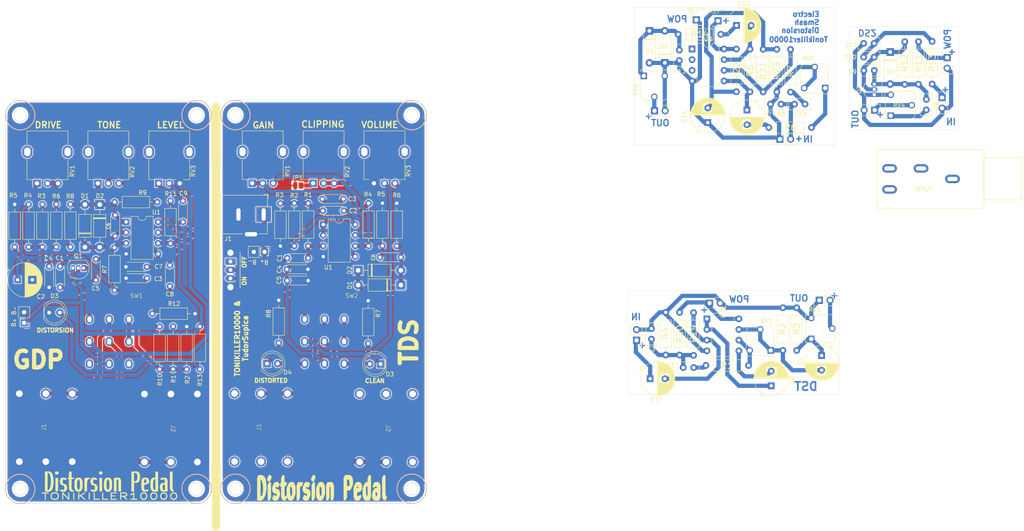
<source format=kicad_pcb>
(kicad_pcb (version 20240108) (generator "pcbnew") (generator_version "8.0")
  (layers (0 "F.Cu" signal) (31 "B.Cu" signal) (34 "B.Paste" user) (35 "F.Paste" user) (36 "B.SilkS" user "B.Silkscreen") (37 "F.SilkS" user "F.Silkscreen") (38 "B.Mask" user) (39 "F.Mask" user) (44 "Edge.Cuts" user))
  (net 0 "")
  (net 1 "Net-(C1-Pad2)")
  (net 2 "GND")
  (net 3 "Net-(U1B-+)")
  (net 4 "+4.5V")
  (net 5 "Net-(C4-Pad2)")
  (net 6 "Net-(C4-Pad1)")
  (net 7 "Net-(D4-K)")
  (net 8 "Net-(D4-A)")
  (net 9 "Net-(U1B--)")
  (net 10 "Net-(U3B-+)")
  (net 11 "Net-(C5-Pad2)")
  (net 12 "Net-(C12-Pad2)")
  (net 13 "+9V")
  (net 14 "Net-(C12-Pad1)")
  (net 15 "Net-(D1-K)")
  (net 16 "IN")
  (net 17 "OUT")
  (net 18 "Net-(C8-Pad2)")
  (net 19 "Net-(C10-Pad1)")
  (net 20 "Net-(U1A--)")
  (net 21 "Net-(U1A-+)")
  (net 22 "Net-(C19-Pad1)")
  (net 24 "Net-(U3B--)")
  (net 27 "Net-(R6-Pad1)")
  (footprint "Resistor_THT:R_Axial_DIN0207_L6.3mm_D2.5mm_P10.16mm_Horizontal" (layer "F.Cu") (at 80.871157 116.914446 180)
    (property "Reference" "R12")
    (property "Value" "220R")
  )
  (footprint "Resistor_THT:R_Axial_DIN0207_L6.3mm_D2.5mm_P10.16mm_Horizontal" (layer "F.Cu") (at 75.031157 90.034446 -90)
    (property "Reference" "R11")
    (property "Value" "1K")
  )
  (footprint "Audio:PJ-664C" (layer "F.Cu") (at 45.331157 143.954446 90)
    (property "Reference" "J1")
    (property "Value" "INPUT")
  )
  (footprint "Capacitor_THT:C_Disc_D5.0mm_W2.5mm_P2.50mm" (layer "F.Cu") (at 226.165 67.005 180)
    (property "Reference" "C19")
    (property "Value" "10nF")
  )
  (footprint "Resistor_THT:R_Axial_DIN0207_L6.3mm_D2.5mm_P10.16mm_Horizontal" (layer "F.Cu") (at 125.512479 90.599589 -90)
    (property "Reference" "R5")
    (property "Value" "3.8K")
  )
  (footprint "Audio:PJ-664C" (layer "F.Cu") (at 126.387351 144.224716 -90)
    (property "Reference" "J2")
    (property "Value" "BATT")
  )
  (footprint "Audio:FootSwitch" (layer "F.Cu") (at 111.687351 123.524716)
    (property "Reference" "SW2")
    (property "Value" "FootSwitch")
  )
  (footprint "Capacitor_THT:C_Disc_D4.3mm_W1.9mm_P5.00mm" (layer "F.Cu") (at 107.812479 109.039589 180)
    (property "Reference" "C5")
    (property "Value" "100nF")
  )
  (footprint "Connector_BarrelJack:BarrelJack_Horizontal" (layer "F.Cu") (at 97.212479 93.299589)
    (property "Reference" "J1")
    (property "Value" "Barrel_Jack")
  )
  (footprint "Capacitor_THT:C_Disc_D4.3mm_W1.9mm_P5.00mm" (layer "F.Cu") (at 64.411157 105.754446)
    (property "Reference" "C7")
    (property "Value" "220nF")
  )
  (footprint "Connector_PinHeader_2.54mm:PinHeader_1x02_P2.54mm_Vertical" (layer "F.Cu") (at 242.765 68.432349 -90)
    (property "Reference" "REF**" (hide yes))
    (property "Value" "PinHeader_1x02_P2.54mm_Vertical")
  )
  (footprint "Resistor_THT:R_Axial_DIN0207_L6.3mm_D2.5mm_P10.16mm_Horizontal" (layer "F.Cu") (at 78.891157 119.994446 -90)
    (property "Reference" "R2")
    (property "Value" "100K")
  )
  (footprint "Package_TO_SOT_THT:TO-92_Inline" (layer "F.Cu") (at 242.65 64.782349 90)
    (property "Reference" "Q2")
    (property "Value" "2N3904")
  )
  (footprint "Diode_THT:D_A-405_P7.62mm_Horizontal" (layer "F.Cu") (at 189.095 49.565 -90)
    (property "Reference" "D1")
    (property "Value" "D")
  )
  (footprint "Resistor_THT:R_Axial_DIN0207_L6.3mm_D2.5mm_P10.16mm_Horizontal" (layer "F.Cu") (at 82.031157 119.974446 -90)
    (property "Reference" "R13")
    (property "Value" "1K")
  )
  (footprint "Capacitor_THT:CP_Radial_D8.0mm_P3.50mm" (layer "F.Cu") (at 212.315 68.402349 -90)
    (property "Reference" "C5")
    (property "Value" "10uF")
  )
  (footprint "Diode_THT:D_DO-41_SOD81_P10.16mm_Horizontal" (layer "F.Cu") (at 129.892479 110.099589 180)
    (property "Reference" "D1")
    (property "Value" "D")
  )
  (footprint "Audio:PJ-664C" (layer "F.Cu") (at 75.131157 144.254446 -90)
    (property "Reference" "J2")
    (property "Value" "OUTPUT")
  )
  (footprint "Resistor_THT:R_Axial_DIN0207_L6.3mm_D2.5mm_P10.16mm_Horizontal" (layer "F.Cu") (at 222.7125 64.1475 90)
    (property "Reference" "R7")
    (property "Value" "10K")
  )
  (footprint "Capacitor_THT:CP_Radial_D8.0mm_P3.50mm" (layer "F.Cu") (at 189.277349 132.405)
    (property "Reference" "C17")
    (property "Value" "10uF")
  )
  (footprint "Resistor_THT:R_Axial_DIN0207_L6.3mm_D2.5mm_P10.16mm_Horizontal" (layer "F.Cu") (at 51.191157 90.864446 -90)
    (property "Reference" "R8")
    (property "Value" "51K")
  )
  (footprint "Resistor_THT:R_Axial_DIN0207_L6.3mm_D2.5mm_P10.16mm_Horizontal" (layer "F.Cu") (at 41.231157 101.034446 90)
    (property "Reference" "R4")
    (property "Value" "510K")
  )
  (footprint "Capacitor_THT:C_Disc_D4.3mm_W1.9mm_P5.00mm" (layer "F.Cu") (at 57.271157 103.934446 -90)
    (property "Reference" "C5")
    (property "Value" "1uF")
  )
  (footprint "Resistor_THT:R_Axial_DIN0207_L6.3mm_D2.5mm_P10.16mm_Horizontal" (layer "F.Cu") (at 206.1 50.38 180)
    (property "Reference" "R14")
    (property "Value" "10K")
  )
  (footprint "Capacitor_THT:CP_Radial_D8.0mm_P3.50mm" (layer "F.Cu") (at 202.99 71.405 90)
    (property "Reference" "C14")
    (property "Value" "1uF")
  )
  (footprint "Capacitor_THT:C_Disc_D4.3mm_W1.9mm_P5.00mm" (layer "F.Cu") (at 74.891157 110.374446 90)
    (property "Reference" "C8")
    (property "Value" "220nF")
  )
  (footprint "Resistor_THT:R_Axial_DIN0207_L6.3mm_D2.5mm_P10.16mm_Horizontal" (layer "F.Cu") (at 122.112479 113.839589 -90)
    (property "Reference" "R7")
    (property "Value" "1K")
  )
  (footprint "Capacitor_THT:CP_Radial_D8.0mm_P3.50mm" (layer "F.Cu") (at 38.631157 108.854446)
    (property "Reference" "C2")
    (property "Value" "1uF")
  )
  (footprint "Resistor_THT:R_Axial_DIN0207_L6.3mm_D2.5mm_P10.16mm_Horizontal" (layer "F.Cu") (at 219.44 64.11 90)
    (property "Reference" "R23")
    (property "Value" "1M")
  )
  (footprint "Connector_PinHeader_2.54mm:PinHeader_1x02_P2.54mm_Vertical" (layer "F.Cu") (at 190.305 68.595 90)
    (property "Reference" "REF**" (hide yes))
    (property "Value" "PinHeader_1x02_P2.54mm_Vertical")
  )
  (footprint "Potentiometer_THT:Potentiometer_Runtron_RM-065_Vertical" (layer "F.Cu") (at 187.755 60.28)
    (property "Reference" "RV6")
    (property "Value" "10K")
  )
  (footprint "LED_THT:LED_D5.0mm" (layer "F.Cu") (at 98.012479 128.799589)
    (property "Reference" "D4")
    (property "Value" "RED")
  )
  (footprint "Connector_PinHeader_2.54mm:PinHeader_1x02_P2.54mm_Vertical" (layer "F.Cu") (at 203.427349 114.405 90)
    (property "Reference" "REF**" (hide yes))
    (property "Value" "PinHeader_1x02_P2.54mm_Vertical")
  )
  (footprint "Potentiometer_THT:Potentiometer_Runtron_RM-065_Vertical" (layer "F.Cu") (at 246.57 69.762349 90)
    (property "Reference" "RV4")
    (property "Value" "100K")
  )
  (footprint "Package_DIP:DIP-8_W7.62mm" (layer "F.Cu") (at 202.78 118.145)
    (property "Reference" "U1")
    (property "Value" "TL072")
  )
  (footprint "Potentiometer_THT:Potentiometer_Runtron_RM-065_Vertical" (layer "F.Cu") (at 230.965 63.18 180)
    (property "Reference" "RV2")
    (property "Value" "1M")
  )
  (footprint "Resistor_THT:R_Axial_DIN0207_L6.3mm_D2.5mm_P10.16mm_Horizontal" (layer "F.Cu") (at 256.43 62.222349 90)
    (property "Reference" "R13")
    (property "Value" "10K")
  )
  (footprint "Capacitor_THT:C_Disc_D5.0mm_W2.5mm_P2.50mm" (layer "F.Cu") (at 240.13 55.822349)
    (property "Reference" "C10")
    (property "Value" "15nF")
  )
  (footprint "Package_DIP:DIP-8_W7.62mm" (layer "F.Cu") (at 111.412479 95.699589)
    (property "Reference" "U1")
    (property "Value" "TL072")
  )
  (footprint "Potentiometer_THT:Potentiometer_Alpha_RD901F-40-00D_Single_Vertical" (layer "F.Cu") (at 57.731157 85.879446 90)
    (property "Reference" "RV2")
    (property "Value" "10K")
  )
  (footprint "Resistor_THT:R_Axial_DIN0207_L6.3mm_D2.5mm_P10.16mm_Horizontal" (layer "F.Cu") (at 192.98 116.595 -90)
    (property "Reference" "R4")
    (property "Value" "10K")
  )
  (footprint "Resistor_THT:R_Axial_DIN0207_L6.3mm_D2.5mm_P10.16mm_Horizontal" (layer "F.Cu") (at 75.651157 130.124446 90)
    (property "Reference" "R1")
    (property "Value" "100K")
  )
  (footprint "Potentiometer_THT:Potentiometer_Alpha_RD901F-40-00D_Single_Vertical" (layer "F.Cu") (at 43.231157 85.879446 90)
    (property "Reference" "RV1")
    (property "Value" "500K")
  )
  (footprint "Resistor_THT:R_Axial_DIN0207_L6.3mm_D2.5mm_P10.16mm_Horizontal" (layer "F.Cu") (at 253.18 62.282349 90)
    (property "Reference" "R11")
    (property "Value" "100K")
  )
  (footprint "Audio:PJ-664C" (layer "F.Cu") (at 96.587351 143.924716 90)
    (property "Reference" "J1")
    (property "Value" "Barrel_Jack")
  )
  (footprint "Potentiometer_THT:Potentiometer_Runtron_RM-065_Vertical" (layer "F.Cu") (at 227.64 122.945 90)
    (property "Reference" "RV5")
    (property "Value" "100K")
  )
  (footprint "Capacitor_THT:C_Disc_D5.0mm_W2.5mm_P2.50mm" (layer "F.Cu") (at 189.59 120.475 -90)
    (property "Reference" "C3")
    (property "Value" "10uF")
  )
  (footprint "Capacitor_THT:C_Disc_D4.3mm_W1.9mm_P5.00mm" (layer "F.Cu") (at 111.312479 92.399589)
    (property "Reference" "C2")
    (property "Value" "10uF")
  )
  (footprint "Capacitor_THT:C_Disc_D4.3mm_W1.9mm_P5.00mm" (layer "F.Cu") (at 116.212479 89.599589 180)
    (property "Reference" "C3")
    (property "Value" "10uF")
  )
  (footprint "Diode_THT:D_A-405_P7.62mm_Horizontal" (layer "F.Cu") (at 192.765 57.165 90)
    (property "Reference" "D5")
    (property "Value" "D")
  )
  (footprint "Capacitor_THT:C_Disc_D4.3mm_W1.9mm_P5.00mm" (layer "F.Cu") (at 78.011157 90.064446 -90)
    (property "Reference" "C9")
    (property "Value" "1uF")
  )
  (footprint "Capacitor_THT:C_Disc_D5.0mm_W2.5mm_P2.50mm" (layer "F.Cu") (at 196.215 54.13 -90)
    (property "Reference" "C13")
    (property "Value" "1nF")
  )
  (footprint "Resistor_THT:R_Axial_DIN0207_L6.3mm_D2.5mm_P10.16mm_Horizontal" (layer "F.Cu") (at 216.1925 64.0975 90)
    (property "Reference" "R21")
    (property "Value" "1M")
  )
  (footprint "Resistor_THT:R_Axial_DIN0207_L6.3mm_D2.5mm_P10.16mm_Horizontal" (layer "F.Cu") (at 101.212479 100.819589 90)
    (property "Reference" "R3")
    (property "Value" "10K")
  )
  (footprint "Potentiometer_THT:Potentiometer_Runtron_RM-065_Vertical" (layer "F.Cu") (at 217.99 125.665 180)
    (property "Reference" "RV1")
    (property "Value" "100K")
  )
  (footprint "Diode_THT:D_DO-41_SOD81_P10.16mm_Horizontal" (layer "F.Cu") (at 58.171157 90.924446 -90)
    (property "Reference" "D2")
    (property "Value" "D")
  )
  (footprint "Audio:FootSwitch" (layer "F.Cu") (at 60.431157 123.554446)
    (property "Reference" "SW1")
    (property "Value" "FootSwitch")
  )
  (footprint "Resistor_THT:R_Axial_DIN0207_L6.3mm_D2.5mm_P10.16mm_Horizontal" (layer "F.Cu") (at 71.881157 90.344446 180)
    (property "Reference" "R9")
    (property "Value" "1K")
  )
  (footprint "Capacitor_THT:C_Disc_D4.3mm_W1.9mm_P5.00mm" (layer "F.Cu") (at 102.812479 103.699589)
    (property "Reference" "C1")
    (property "Value" "10uF")
  )
  (footprint "Resistor_THT:R_Axial_DIN0207_L6.3mm_D2.5mm_P10.16mm_Horizontal" (layer "F.Cu") (at 224.18 115.495 -90)
    (property "Reference" "R3")
    (property "Value" "10K")
  )
  (footprint "Resistor_THT:R_Axial_DIN0207_L6.3mm_D2.5mm_P10.16mm_Horizontal" (layer "F.Cu") (at 220.89 115.505 -90)
    (property "Reference" "R2")
    (property "Value" "3.8K")
  )
  (footprint "Connector_PinHeader_2.54mm:PinHeader_1x02_P2.54mm_Vertical" (layer "F.Cu") (at 220.18 75.345 90)
    (property "Reference" "REF**" (hide yes))
    (property "Value" "PinHeader_1x02_P2.54mm_Vertical")
  )
  (footprint "Diode_THT:D_DO-41_SOD81_P10.16mm_Horizontal" (layer "F.Cu") (at 54.651157 101.054446 90)
    (property "Reference" "D1")
    (property "Value" "D")
  )
  (footprint "Capacitor_THT:CP_Radial_D8.0mm_P3.50mm" (layer "F.Cu") (at 218.11 134.095 90)
    (property "Reference" "C2")
    (property "Value" "10uF")
  )
  (footprint "Capacitor_THT:C_Disc_D4.3mm_W1.9mm_P5.00mm" (layer "F.Cu") (at 61.861157 98.424446 90)
    (property "Reference" "C6")
    (property "Value" "51pF")
  )
  (footprint "Connector_PinHeader_2.54mm:PinHeader_1x02_P2.54mm_Vertical" (layer "F.Cu") (at 40.156157 119.104446 180)
    (property "Reference" "J2" (hide yes))
    (property "Value" "BATT")
  )
  (footprint "Connector_PinHeader_2.54mm:PinHeader_1x01_P2.54mm_Vertical" (layer "F.Cu") (at 205.43 47.17)
    (property "Reference" "REF**")
    (property "Value" "PinHeader_1x01_P2.54mm_Vertical")
  )
  (footprint "LED_THT:LED_D5.0mm" (layer "F.Cu") (at 125.052479 128.899589 180)
    (property "Reference" "D3")
    (property "Value" "GREEN")
  )
  (footprint "Diode_THT:D_DO-41_SOD81_P10.16mm_Horizontal" (layer "F.Cu") (at 119.712479 106.599589)
    (property "Reference" "D2")
    (property "Value" "D")
  )
  (footprint "Jumper:SolderJumper-2_P1.3mm_Open_Pad1.0x1.5mm" (layer "F.Cu") (at 105.412479 86.399589 180)
    (property "Reference" "JP1")
    (property "Value" "Jumper_2_Open")
  )
  (footprint "Capacitor_THT:CP_Radial_D8.0mm_P3.50mm" (layer "F.Cu") (at 230.11 126.885 -90)
    (property "Reference" "C4")
    (property "Value" "10uF")
  )
  (footprint "Resistor_THT:R_Axial_DIN0207_L6.3mm_D2.5mm_P10.16mm_Horizontal" (layer "F.Cu") (at 202.54 129.245)
    (property "Reference" "R1")
    (property "Value" "1K")
  )
  (footprint "Potentiometer_THT:Potentiometer_Alpha_RD901F-40-00D_Single_Vertical" (layer "F.Cu") (at 108.987351 85.849716 90)
    (property "Reference" "RV2")
    (property "Value" "10K")
  )
  (footprint "Connector_PinHeader_2.54mm:PinHeader_1x02_P2.54mm_Vertical" (layer "F.Cu") (at 258.79 65.437349)
    (property "Reference" "REF**" (hide yes))
    (property "Value" "PinHeader_1x02_P2.54mm_Vertical")
  )
  (footprint "Resistor_THT:R_Axial_DIN0207_L6.3mm_D2.5mm_P10.16mm_Horizontal" (layer "F.Cu") (at 128.912479 90.619589 -90)
    (property "Reference" "R6")
    (property "Value" "10K")
  )
  (footprint "Diode_THT:D_A-405_P7.62mm_Horizontal" (layer "F.Cu") (at 246.45 54.602349 -90)
    (property "Reference" "D4")
    (property "Value" "D")
  )
  (footprint "Potentiometer_THT:Potentiometer_Alpha_RD901F-40-00D_Single_Vertical" (layer "F.Cu") (at 123.487351 85.849716 90)
    (property "Reference" "RV3")
    (property "Value" "100K")
  )
  (footprint "Capacitor_THT:C_Disc_D5.0mm_W2.5mm_P2.50mm" (layer "F.Cu") (at 255.04 65.882349 -90)
    (property "Reference" "C8")
    (property "Value" "100nF")
  )
  (footprint "Resistor_THT:R_Axial_DIN0207_L6.3mm_D2.5mm_P10.16mm_Horizontal" (layer "F.Cu") (at 37.931157 90.874446 -90)
    (property "Reference" "R5")
    (property "Value" "10K")
  )
  (footprint "Capacitor_THT:C_Disc_D5.0mm_W2.5mm_P2.50mm" (layer "F.Cu") (at 220.44 67.005 180)
    (property "Reference" "C18")
    (property "Value" "1nF")
  )
  (footprint "Package_DIP:DIP-8_W7.62mm" (layer "F.Cu") (at 64.461157 95.054446)
    (property "Reference" "U1")
    (property "Value" "TL072")
  )
  (footprint "Button_Switch_THT:SW_CuK_OS102011MA1QN1_SPDT_Angled" (layer "F.Cu") (at 89.312479 104.499589 -90)
    (property "Reference" "SW1" (hide yes))
    (property "Value" "POW" (hide yes))
  )
  (footprint "Resistor_THT:R_Axial_DIN0207_L6.3mm_D2.5mm_P10.16mm_Horizontal" (layer "F.Cu") (at 213.0425 64.0725 90)
    (property "Reference" "R5")
    (property "Value" "1M")
  )
  (footprint "Resistor_THT:R_Axial_DIN0207_L6.3mm_D2.5mm_P10.16mm_Horizontal" (layer "F.Cu") (at 107.812479 100.779589 90)
    (property "Reference" "R1")
    (property "Value" "100k")
  )
  (footprint "Capacitor_THT:C_Disc_D4.3mm_W1.9mm_P5.00mm" (layer "F.Cu") (at 48.731157 110.654446 90)
    (property "Reference" "C1")
    (property "Value" "20nF")
  )
  (footprint "Capacitor_THT:C_Disc_D5.0mm_W2.5mm_P2.50mm" (layer "F.Cu") (at 197.14 129.755)
    (property "Reference" "C1")
    (property "Value" "10uF")
  )
  (footprint "Connector_PinHeader_2.54mm:PinHeader_1x02_P2.54mm_Vertical" (layer "F.Cu") (at 186.027349 123.255 180)
    (property "Reference" "REF**" (hide yes))
    (property "Value" "PinHeader_1x02_P2.54mm_Vertical")
  )
  (footprint "Resistor_THT:R_Axial_DIN0207_L6.3mm_D2.5mm_P10.16mm_Horizontal" (layer "F.Cu") (at 122.212479 100.779589 90)
    (property "Reference" "R4")
    (property "Value" "1K")
  )
  (footprint "Resistor_THT:R_Axial_DIN0207_L6.3mm_D2.5mm_P10.16mm_Horizontal" (layer "F.Cu") (at 72.431157 130.154446 90)
    (property "Reference" "R10")
    (property "Value" "10K")
  )
  (footprint "Resistor_THT:R_Axial_DIN0207_L6.3mm_D2.5mm_P10.16mm_Horizontal" (layer "F.Cu") (at 47.831157 90.854446 -90)
    (property "Reference" "R6")
    (property "Value" "1K")
  )
  (footprint "Capacitor_THT:C_Disc_D5.0mm_W2.5mm_P2.50mm" (layer "F.Cu") (at 240.13 52.542349)
    (property "Reference" "C11")
    (property "Value" "180pF")
  )
  (footprint "Resistor_THT:R_Axial_DIN0207_L6.3mm_D2.5mm_P10.16mm_Horizontal" (layer "F.Cu") (at 61.691157 111.354446 90)
    (property "Reference" "R7")
    (property "Value" "10K")
  )
  (footprint "Capacitor_THT:C_Disc_D5.0mm_W2.5mm_P2.50mm" (layer "F.Cu") (at 240.16 58.992349)
    (property "Reference" "C9")
    (property "Value" "47pF")
  )
  (footprint "Resistor_THT:R_Axial_DIN0207_L6.3mm_D2.5mm_P10.16mm_Horizontal" (layer "F.Cu") (at 44.531157 101.034446 90)
    (property "Reference" "R3")
    (property "Value" "1K")
  )
  (footprint "Capacitor_THT:C_Disc_D4.3mm_W1.9mm_P5.00mm" (layer "F.Cu") (at 64.441157 108.464446)
    (property "Reference" "C3")
    (property "Value" "100nF")
  )
  (footprint "Connector_PinHeader_2.54mm:PinHeader_1x01_P2.54mm_Vertical" (layer "F.Cu") (at 200.255 46.945)
    (property "Reference" "REF**")
    (property "Value" "PinHeader_1x01_P2.54mm_Vertical")
  )
  (footprint "Resistor_THT:R_Axial_DIN0207_L6.3mm_D2.5mm_P10.16mm_Horizontal" (layer "F.Cu") (at 104.512479 90.619589 -90)
    (property "Reference" "R2")
    (property "Value" "10K")
  )
  (footprint "Connector_PinHeader_2.54mm:PinHeader_1x02_P2.54mm_Vertical" (layer "F.Cu") (at 260.01 55.922349)
    (property "Reference" "REF**" (hide yes))
    (property "Value" "PinHeader_1x02_P2.54mm_Vertical")
  )
  (footprint "Resistor_THT:R_Axial_DIN0207_L6.3mm_D2.5mm_P10.16mm_Horizontal" (layer "F.Cu") (at 199.61 116.675 -90)
    (property "Reference" "R19")
    (property "Value" "100k")
  )
  (footprint "Capacitor_THT:C_Disc_D4.3mm_W1.9mm_P5.00mm" (layer "F.Cu") (at 46.131157 105.654446 -90)
    (property "Reference" "C4")
    (property "Value" "47nF")
  )
  (footprint "Connector_Audio:Jack_6.35mm_Neutrik_NRJ4HH-1_Horizontal" (layer "F.Cu") (at 250.2875 79.3225)
    (property "Reference" "REF**" (hide yes))
    (property "Value" "INPUT")
  )
  (footprint "Resistor_THT:R_Axial_DIN0207_L6.3mm_D2.5mm_P10.16mm_Horizontal" (layer "F.Cu") (at 196.27 126.775 90)
    (property "Reference" "R20")
    (property "Value" "10K")
  )
  (footprint "Capacitor_THT:CP_Radial_D8.0mm_P3.50mm" (layer "F.Cu") (at 209.837349 48.255)
    (property "Reference" "C12")
    (property "Value" "1uF")
  )
  (footprint "Potentiometer_THT:Potentiometer_Alpha_RD901F-40-00D_Single_Vertical" (layer "F.Cu") (at 72.231157 85.879446 90)
    (property "Reference" "RV3")
    (property "Value" "100K")
  )
  (footprint "Resistor_THT:R_Axial_DIN0207_L6.3mm_D2.5mm_P10.16mm_Horizontal" (layer "F.Cu") (at 100.812479 113.719589 -90)
    (property "Reference" "R8")
    (property "Value" "1K")
  )
  (footprint "Capacitor_THT:C_Disc_D4.3mm_W1.9mm_P5.00mm" (layer "F.Cu") (at 107.752479 106.349589 180)
    (property "Reference" "C4")
    (property "Value" "10uF")
  )
  (footprint "Potentiometer_THT:Potentiometer_Alpha_RD901F-40-00D_Single_Vertical" (layer "F.Cu") (at 94.487351 85.849716 90)
    (property "Reference" "RV1")
    (property "Value" "100K")
  )
  (footprint "Resistor_THT:R_Axial_DIN0207_L6.3mm_D2.5mm_P10.16mm_Horizontal" (layer "F.Cu") (at 209.815 64.055 90)
    (property "Reference" "R22")
    (property "Value" "1M")
  )
  (footprint "Capacitor_THT:C_Disc_D4.3mm_W1.9mm_P5.00mm" (layer "F.Cu") (at 129.912479 103.479589 180)
    (property "Reference" "C6")
    (property "Value" "10uF")
  )
  (footprint "LED_THT:LED_D5.0mm" (layer "F.Cu") (at 46.131157 116.654446)
    (property "Reference" "D3")
    (property "Value" "RED")
  )
  (footprint "Resistor_THT:R_Axial_DIN0207_L6.3mm_D2.5mm_P10.16mm_Horizontal" (layer "F.Cu") (at 249.91 52.142349 -90)
    (property "Reference" "R12")
    (property "Value" "1M")
  )
  (footprint "Package_DIP:DIP-8_W7.62mm" (layer "F.Cu") (at 199.265 53.88)
    (property "Reference" "U3")
    (property "Value" "TL072")
  )
  (footprint "Connector_PinHeader_2.54mm:PinHeader_1x02_P2.54mm_Vertical" (layer "F.Cu") (at 229.577349 113.73 90)
    (property "Reference" "REF**" (hide yes))
    (property "Value" "PinHeader_1x02_P2.54mm_Vertical")
  )
  (footprint "Resistor_THT:R_Axial_DIN0207_L6.3mm_D2.5mm_P10.16mm_Horizontal" (layer "F.Cu") (at 227.7 72.58 180)
    (property "Reference" "R6")
    (property "Value" "4.7k")
  )
  (footprint "Package_TO_SOT_THT:TO-92_Inline" (layer "F.Cu") (at 54.331157 106.054446 180)
    (property "Reference" "Q1")
    (property "Value" "2N3904")
  )
  (footprint "Connector_PinHeader_2.54mm:PinHeader_1x02_P2.54mm_Vertical" (layer "F.Cu") (at 97.412479 102.199589 -90)
    (property "Reference" "J2" (hide yes))
    (property "Value" "BATT")
  )
  (gr_circle (center 90.48735 158.624717) (end 90.48735 162.124717) (stroke (width 0.2)) (fill none) (layer "B.SilkS"))
  (gr_circle (center 39.231156 158.654447) (end 39.231156 162.154447) (stroke (width 0.2)) (fill none) (layer "B.SilkS"))
  (gr_circle (center 81.231158 69.654445) (end 81.231158 73.154445) (stroke (width 0.2)) (fill none) (layer "B.SilkS"))
  (gr_circle (center 90.48735 69.624715) (end 90.48735 73.124715) (stroke (width 0.2)) (fill none) (layer "B.SilkS"))
  (gr_circle (center 132.487352 158.624717) (end 132.487352 162.124717) (stroke (width 0.2)) (fill none) (layer "B.SilkS"))
  (gr_circle (center 39.231156 69.654445) (end 39.231156 73.154445) (stroke (width 0.2)) (fill none) (layer "B.SilkS"))
  (gr_circle (center 132.487352 69.624715) (end 132.487352 73.124715) (stroke (width 0.2)) (fill none) (layer "B.SilkS"))
  (gr_circle (center 81.231158 158.654447) (end 81.231158 162.154447) (stroke (width 0.2)) (fill none) (layer "B.SilkS"))
  (gr_circle (center 132.487352 69.624715) (end 135.987352 69.624715) (stroke (width 0.2)) (fill none) (layer "F.SilkS"))
  (gr_circle (center 81.231158 158.654447) (end 84.731158 158.654447) (stroke (width 0.2)) (fill none) (layer "F.SilkS"))
  (gr_circle (center 90.48735 158.624717) (end 93.98735 158.624717) (stroke (width 0.2)) (fill none) (layer "F.SilkS"))
  (gr_circle (center 81.231158 69.654445) (end 84.731158 69.654445) (stroke (width 0.2)) (fill none) (layer "F.SilkS"))
  (gr_circle (center 39.231156 69.654445) (end 42.731156 69.654445) (stroke (width 0.2)) (fill none) (layer "F.SilkS"))
  (gr_circle (center 132.487352 158.624717) (end 135.987352 158.624717) (stroke (width 0.2)) (fill none) (layer "F.SilkS"))
  (gr_line (start 85.85 67.65) (end 85.85 167.65) (stroke (width 2)) (layer "F.SilkS"))
  (gr_circle (center 39.231156 158.654447) (end 42.731156 158.654447) (stroke (width 0.2)) (fill none) (layer "F.SilkS"))
  (gr_circle (center 90.48735 69.624715) (end 93.98735 69.624715) (stroke (width 0.2)) (fill none) (layer "F.SilkS"))
  (gr_arc (start 135.987351 158.624716) (mid 134.962205 161.099572) (end 132.487351 162.124716) (stroke (width 0.1)) (layer "Edge.Cuts"))
  (gr_line (start 84.75 153.1) (end 86.95 153.1) (stroke (width 0.05)) (layer "Edge.Cuts"))
  (gr_arc (start 84.731157 158.654446) (mid 83.706032 161.129321) (end 81.231157 162.154446) (stroke (width 0.1)) (layer "Edge.Cuts"))
  (gr_rect (start 236.74 48.572349) (end 262.75 73.122349) (stroke (width 0.05)) (fill none) (layer "Edge.Cuts"))
  (gr_rect (start 185.44 44.005) (end 233.315 76.73) (stroke (width 0.05)) (fill none) (layer "Edge.Cuts"))
  (gr_line (start 84.75 81.2) (end 84.731157 69.654446) (stroke (width 0.05)) (layer "Edge.Cuts"))
  (gr_line (start 135.987351 69.624716) (end 135.987351 158.624716) (stroke (width 0.1)) (layer "Edge.Cuts"))
  (gr_line (start 84.75 81.2) (end 86.95 81.2) (stroke (width 0.05)) (layer "Edge.Cuts"))
  (gr_rect (start 183.9 111.5) (end 234.35 136.1) (stroke (width 0.05)) (fill none) (layer "Edge.Cuts"))
  (gr_line (start 86.987351 69.624716) (end 86.95 81.2) (stroke (width 0.05)) (layer "Edge.Cuts"))
  (gr_circle (center 90.48735 69.624715) (end 90.48735 71.124715) (stroke (width 0.1)) (fill none) (layer "Edge.Cuts"))
  (gr_line (start 132.487351 162.124716) (end 90.487351 162.124716) (stroke (width 0.1)) (layer "Edge.Cuts"))
  (gr_arc (start 86.987351 69.624716) (mid 88.012458 67.149823) (end 90.487351 66.124716) (stroke (width 0.1)) (layer "Edge.Cuts"))
  (gr_circle (center 81.231158 69.654445) (end 81.231158 71.154445) (stroke (width 0.1)) (fill none) (layer "Edge.Cuts"))
  (gr_line (start 35.731157 158.654446) (end 35.731157 69.654446) (stroke (width 0.1)) (layer "Edge.Cuts"))
  (gr_arc (start 81.231157 66.154446) (mid 83.706042 67.17956) (end 84.731157 69.654446) (stroke (width 0.1)) (layer "Edge.Cuts"))
  (gr_circle (center 39.231156 158.654447) (end 39.231156 160.154447) (stroke (width 0.1)) (fill none) (layer "Edge.Cuts"))
  (gr_circle (center 39.231156 69.654445) (end 39.231156 71.154445) (stroke (width 0.1)) (fill none) (layer "Edge.Cuts"))
  (gr_arc (start 90.487351 162.124716) (mid 88.012486 161.099581) (end 86.987351 158.624716) (stroke (width 0.1)) (layer "Edge.Cuts"))
  (gr_line (start 81.231157 162.154446) (end 39.231157 162.154446) (stroke (width 0.1)) (layer "Edge.Cuts"))
  (gr_arc (start 132.487351 66.124716) (mid 134.962233 67.149834) (end 135.987351 69.624716) (stroke (width 0.1)) (layer "Edge.Cuts"))
  (gr_arc (start 35.731157 69.654446) (mid 36.756283 67.179572) (end 39.231157 66.154446) (stroke (width 0.1)) (layer "Edge.Cuts"))
  (gr_circle (center 132.487352 69.624715) (end 132.487352 71.124715) (stroke (width 0.1)) (fill none) (layer "Edge.Cuts"))
  (gr_circle (center 81.231158 158.654447) (end 81.231158 160.154447) (stroke (width 0.1)) (fill none) (layer "Edge.Cuts"))
  (gr_arc (start 39.231157 162.154446) (mid 36.756283 161.12932) (end 35.731157 158.654446) (stroke (width 0.1)) (layer "Edge.Cuts"))
  (gr_line (start 84.75 153.1) (end 84.731157 158.654446) (stroke (width 0.05)) (layer "Edge.Cuts"))
  (gr_circle (center 90.48735 158.624717) (end 90.48735 160.124717) (stroke (width 0.1)) (fill none) (layer "Edge.Cuts"))
  (gr_line (start 39.231157 66.154446) (end 81.231157 66.154446) (stroke (width 0.05)) (layer "Edge.Cuts"))
  (gr_line (start 86.95 153.1) (end 86.987351 158.624716) (stroke (width 0.05)) (layer "Edge.Cuts"))
  (gr_line (start 90.487351 66.124716) (end 132.487351 66.124716) (stroke (width 0.05)) (layer "Edge.Cuts"))
  (gr_circle (center 132.487352 158.624717) (end 132.487352 160.124717) (stroke (width 0.1)) (fill none) (layer "Edge.Cuts"))
  (gr_text "OUT" (at 239.015 68.217349 90) (layer "B.Cu") (effects (font (size 1.5 1.5) (thickness 0.3) (bold yes)) (justify left bottom mirror)))
  (gr_text "+" (at 190.055 70.695 0) (layer "B.Cu") (effects (font (size 1.5 1.5) (thickness 0.3) (bold yes)) (justify left bottom mirror)))
  (gr_text "+" (at 245.165 70.292349 0) (layer "B.Cu") (effects (font (size 1.5 1.5) (thickness 0.3) (bold yes)) (justify left bottom mirror)))
  (gr_text "OUT" (at 194.03 72.37 0) (layer "B.Cu") (effects (font (size 1.5 1.5) (thickness 0.3) (bold yes)) (justify left bottom mirror)))
  (gr_text "IN\n" (at 262.265 72.092349 0) (layer "B.Cu") (effects (font (size 1.5 1.5) (thickness 0.3) (bold yes)) (justify left bottom mirror)))
  (gr_text "POW\n" (at 213.08 114.355 0) (layer "B.Cu") (effects (font (size 1.5 1.5) (thickness 0.3) (bold yes)) (justify left bottom mirror)))
  (gr_text "IN\n" (at 187.23 118.555 0) (layer "B.Cu") (effects (font (size 1.5 1.5) (thickness 0.3) (bold yes)) (justify left bottom mirror)))
  (gr_text "DS2\n" (at 238.65 49.132349 180) (layer "B.Cu") (effects (font (size 1.5 1.5) (thickness 0.25) (bold yes)) (justify left bottom mirror)))
  (gr_text "POW\n" (at 198.305 47.62 0) (layer "B.Cu") (effects (font (size 1.5 1.5) (thickness 0.3) (bold yes)) (justify left bottom mirror)))
  (gr_text "+" (at 260.69 64.392349 0) (layer "B.Cu") (effects (font (size 1.5 1.5) (thickness 0.3) (bold yes)) (justify left bottom mirror)))
  (gr_text "IN\n" (at 228.205 76.245 0) (layer "B.Cu") (effects (font (size 1.5 1.5) (thickness 0.3) (bold yes)) (justify left bottom mirror)))
  (gr_text "+" (at 234.277349 113.405 0) (layer "B.Cu") (effects (font (size 1.5 1.5) (thickness 0.3) (bold yes)) (justify left bottom mirror)))
  (gr_text "POW\n" (at 260.99 48.917349 90) (layer "B.Cu") (effects (font (size 1.5 1.5) (thickness 0.3) (bold yes)) (justify left bottom mirror)))
  (gr_text "+" (at 203.277349 116.78 0) (layer "B.Cu") (effects (font (size 1.5 1.5) (thickness 0.3) (bold yes)) (justify left bottom mirror)))
  (gr_text "Electro\nSmash\nDistorsion" (at 229.73 50.155 0) (layer "B.Cu") (effects (font (size 1.2 1.2) (thickness 0.3) (bold yes)) (justify left bottom mirror)))
  (gr_text "+" (at 208.455 47.93 0) (layer "B.Cu") (effects (font (size 1.5 1.5) (thickness 0.3) (bold yes)) (justify left bottom mirror)))
  (gr_text "Tonikiller10000" (at 231.78 52.33 0) (layer "B.Cu") (effects (font (size 1.2 1.2) (thickness 0.3) (bold yes)) (justify left bottom mirror)))
  (gr_text "+" (at 225.805 76.02 0) (layer "B.Cu") (effects (font (size 1.5 1.5) (thickness 0.3) (bold yes)) (justify left bottom mirror)))
  (gr_text "+" (at 262.265 55.367349 0) (layer "B.Cu") (effects (font (size 1.5 1.5) (thickness 0.3) (bold yes)) (justify left bottom mirror)))
  (gr_text "OUT" (at 227.08 114.105 0) (layer "B.Cu") (effects (font (size 1.5 1.5) (thickness 0.3) (bold yes)) (justify left bottom mirror)))
  (gr_text "+" (at 188.527349 125.28 0) (layer "B.Cu") (effects (font (size 1.5 1.5) (thickness 0.3) (bold yes)) (justify left bottom mirror)))
  (gr_text "DST" (at 229.38 135.405 0) (layer "B.Cu") (effects (font (size 2 2) (thickness 0.4) (bold yes)) (justify left bottom mirror)))
  (gr_text "B_{+}" (at 37.681157 119.054446 90) (layer "F.SilkS") (effects (font (size 1 1))))
  (gr_text "TONIKILLER10000 \n" (at 44.081157 161.304446 0) (layer "F.SilkS") (effects (font (size 1.5 2.5) (thickness 0.25) (bold yes)) (justify left bottom)))
  (gr_text "TDS" (at 134.162479 129.749589 90) (layer "F.SilkS") (effects (font (size 4 4) (thickness 1) (bold yes)) (justify left bottom)))
  (gr_text "B_{-}" (at 37.731157 116.229446 90) (layer "F.SilkS") (effects (font (size 1 1))))
  (gr_text "DISTORSION" (at 43.031157 121.454446 0) (layer "F.SilkS") (effects (font (size 1 1) (thickness 0.25) (bold yes)) (justify left bottom)))
  (gr_text "CLIPPING\n" (at 106.012479 72.699589 0) (layer "F.SilkS") (effects (font (size 1.5 1.5) (thickness 0.3) (bold yes)) (justify left bottom)))
  (gr_text "DRIVE" (at 42.531157 72.854446 0) (layer "F.SilkS") (effects (font (size 1.5 1.5) (thickness 0.3) (bold yes)) (justify left bottom)))
  (gr_text "Distorsion Pedal" (at 60.331157 157.104446 0) (layer "F.SilkS") (effects (font (size 4.5 2.5) (thickness 0.25) (bold yes))))
  (gr_text "B_{+}" (at 97.362479 104.674589 180) (layer "F.SilkS") (effects (font (size 1 1))))
  (gr_text "B_{-}" (at 94.537479 104.624589 180) (layer "F.SilkS") (effects (font (size 1 1))))
  (gr_text "\nDistorsion Pedal" (at 111.112479 154.349589 0) (layer "F.SilkS") (effects (font (size 5 2.5) (thickness 0.625) (bold yes))))
  (gr_text "GAIN\n" (at 94.412479 72.899589 0) (layer "F.SilkS") (effects (font (size 1.5 1.5) (thickness 0.3) (bold yes)) (justify left bottom)))
  (gr_text "GDP" (at 36.931157 130.254446 0) (layer "F.SilkS") (effects (font (size 4 4) (thickness 1) (bold yes)) (justify left bottom)))
  (gr_text "TONIKILLER10000 &\nTudorSupica" (at 91.912479 122.799589 90) (layer "F.SilkS") (effects (font (size 1.2 1.2) (thickness 0.3) (bold yes))))
  (gr_text "OFF\n" (at 92.612479 104.599589 90) (layer "F.SilkS") (effects (font (size 1 1) (thickness 0.25))))
  (gr_text "\nDistorsion Pedal" (at 110.912479 154.799589 0) (layer "F.SilkS") (effects (font (size 5 2.5) (thickness 0.625) (bold yes))))
  (gr_text "LEVEL" (at 71.631157 72.854446 0) (layer "F.SilkS") (effects (font (size 1.5 1.5) (thickness 0.3) (bold yes)) (justify left bottom)))
  (gr_text "Distorsion Pedal" (at 60.181157 157.054446 0) (layer "F.SilkS") (effects (font (size 4.5 2.5) (thickness 0.25) (bold yes))))
  (gr_text "ON" (at 92.612479 109.099589 90) (layer "F.SilkS") (effects (font (size 1 1) (thickness 0.25))))
  (gr_text "DISTORTED" (at 98.962479 132.849589 0) (layer "F.SilkS") (effects (font (size 1 1) (thickness 0.25) (bold yes))))
  (gr_text "TONE\n" (at 57.431157 72.854446 0) (layer "F.SilkS") (effects (font (size 1.5 1.5) (thickness 0.3) (bold yes)) (justify left bottom)))
  (gr_text "CLEAN\n" (at 123.712479 132.899589 0) (layer "F.SilkS") (effects (font (size 1 1) (thickness 0.25) (bold yes))))
  (gr_text "Distorsion Pedal" (at 60.581157 157.054446 0) (layer "F.SilkS") (effects (font (size 4.5 2.5) (thickness 0.25) (bold yes))))
  (gr_text "Distorsion Pedal" (at 60.531157 157.104446 0) (layer "F.SilkS") (effects (font (size 4.5 2.5) (thickness 0.25) (bold yes))))
  (gr_text "VOLUME\n" (at 120.312479 72.799589 0) (layer "F.SilkS") (effects (font (size 1.5 1.5) (thickness 0.3) (bold yes)) (justify left bottom)))
  (segment (start 101.252479 90.619589) (end 101.212479 90.659589) (width 1) (layer "F.Cu") (net 0))
  (segment (start 45.091157 108.994446) (end 56.991157 108.994446) (width 1) (layer "F.Cu") (net 0))
  (segment (start 94.087351 86.249716) (end 94.487351 85.849716) (width 1) (layer "F.Cu") (net 0))
  (segment (start 44.531157 101.034446) (end 44.531157 106.354446) (width 1) (layer "F.Cu") (net 0))
  (segment (start 72.081157 97.594446) (end 74.571157 97.594446) (width 1) (layer "F.Cu") (net 0))
  (segment (start 62.831157 147.254446) (end 67.831157 152.254446) (width 1) (layer "F.Cu") (net 0))
  (segment (start 96.987351 85.849716) (end 94.487351 85.849716) (width 1) (layer "F.Cu") (net 0))
  (segment (start 97.412479 103.399589) (end 97.412479 102.199589) (width 1) (layer "F.Cu") (net 0))
  (segment (start 55.731157 114.004446) (end 55.731157 118.254446) (width 1) (layer "F.Cu") (net 0))
  (segment (start 53.881157 135.954446) (end 58.231157 131.604446) (width 1) (layer "F.Cu") (net 0))
  (segment (start 103.532479 100.779589) (end 104.512479 100.779589) (width 1) (layer "F.Cu") (net 0))
  (segment (start 121.632479 111.999589) (end 119.732479 110.099589) (width 1) (layer "F.Cu") (net 0))
  (segment (start 51.191157 90.864446) (end 50.931157 90.864446) (width 1) (layer "F.Cu") (net 0))
  (segment (start 131.912479 111.999589) (end 121.632479 111.999589) (width 1) (layer "F.Cu") (net 0))
  (segment (start 125.512479 102.879589) (end 124.912479 103.479589) (width 1) (layer "F.Cu") (net 0))
  (segment (start 42.831157 92.604446) (end 42.831157 86.279446) (width 1) (layer "F.Cu") (net 0))
  (segment (start 74.571157 97.594446) (end 75.031157 97.134446) (width 1) (layer "F.Cu") (net 0))
  (segment (start 95.812479 108.499589) (end 103.532479 100.779589) (width 1) (layer "F.Cu") (net 0))
  (segment (start 55.331157 106.054446) (end 54.331157 106.054446) (width 1) (layer "F.Cu") (net 0))
  (segment (start 122.112479 123.999589) (end 122.112479 125.959589) (width 1) (layer "F.Cu") (net 0))
  (segment (start 76.201157 88.254446) (end 74.231157 88.254446) (width 1) (layer "F.Cu") (net 0))
  (segment (start 44.531157 106.354446) (end 45.931157 107.754446) (width 1) (layer "F.Cu") (net 0))
  (segment (start 53.061157 106.924446) (end 53.061157 106.054446) (width 1) (layer "F.Cu") (net 0))
  (segment (start 62.831157 125.954446) (end 62.831157 147.254446) (width 1) (layer "F.Cu") (net 0))
  (segment (start 75.031157 95.144446) (end 77.931157 95.144446) (width 1) (layer "F.Cu") (net 0))
  (segment (start 109.592479 92.399589) (end 107.812479 90.619589) (width 1) (layer "F.Cu") (net 0))
  (segment (start 111.687351 120.524716) (end 111.687351 118.224716) (width 1) (layer "F.Cu") (net 0))
  (segment (start 107.812479 90.619589) (end 106.212479 90.619589) (width 1) (layer "F.Cu") (net 0))
  (segment (start 65.131157 123.554446) (end 65.131157 118.254446) (width 1) (layer "F.Cu") (net 0))
  (segment (start 77.931157 95.144446) (end 78.011157 95.064446) (width 1) (layer "F.Cu") (net 0))
  (segment (start 114.087351 125.924716) (end 114.087351 147.224716) (width 1) (layer "F.Cu") (net 0))
  (segment (start 100.812479 105.699589) (end 100.812479 109.499589) (width 1) (layer "F.Cu") (net 0))
  (segment (start 64.461157 95.054446) (end 63.471157 95.054446) (width 1) (layer "F.Cu") (net 0))
  (segment (start 119.732479 110.099589) (end 119.732479 106.619589) (width 1) (layer "F.Cu") (net 0))
  (segment (start 51.191157 100.964446) (end 42.831157 92.604446) (width 1) (layer "F.Cu") (net 0))
  (segment (start 121.612479 83.799589) (end 128.912479 83.799589) (width 1) (layer "F.Cu") (net 0))
  (segment (start 52.231157 107.754446) (end 53.061157 106.924446) (width 1) (layer "F.Cu") (net 0))
  (segment (start 111.312479 92.399589) (end 109.592479 92.399589) (width 1) (layer "F.Cu") (net 0))
  (segment (start 109.487351 131.574716) (end 109.487351 122.724716) (width 1) (layer "F.Cu") (net 0))
  (segment (start 56.991157 107.714446) (end 55.331157 106.054446) (width 1) (layer "F.Cu") (net 0))
  (segment (start 75.031157 97.134446) (end 75.031157 95.144446) (width 1) (layer "F.Cu") (net 0))
  (segment (start 89.312479 108.499589) (end 95.812479 108.499589) (width 1) (layer "F.Cu") (net 0))
  (segment (start 106.062479 86.399589) (end 108.437478 86.399589) (width 1) (layer "F.Cu") (net 0))
  (segment (start 122.112479 125.959589) (end 125.052479 128.899589) (width 1) (layer "F.Cu") (net 0))
  (segment (start 120.432479 92.399589) (end 122.212479 90.619589) (width 1) (layer "F.Cu") (net 0))
  (segment (start 114.087351 147.224716) (end 119.087351 152.224716) (width 1) (layer "F.Cu") (net 0))
  (segment (start 100.812479 109.499589) (end 106.987351 115.674461) (width 1) (layer "F.Cu") (net 0))
  (segment (start 105.137351 135.924716) (end 109.487351 131.574716) (width 1) (layer "F.Cu") (net 0))
  (segment (start 61.721157 90.344446) (end 61.721157 91.114446) (width 1) (layer "F.Cu") (net 0))
  (segment (start 45.931157 107.754446) (end 52.231157 107.754446) (width 1) (layer "F.Cu") (net 0))
  (segment (start 70.711157 116.914446) (end 74.891157 112.734446) (width 1) (layer "F.Cu") (net 0))
  (segment (start 122.992479 98.239589) (end 125.512479 100.759589) (width 1) (layer "F.Cu") (net 0))
  (segment (start 72.231157 86.254446) (end 72.231157 85.879446) (width 1) (layer "F.Cu") (net 0))
  (segment (start 122.337606 128.824716) (end 122.412479 128.899589) (width 1) (layer "F.Cu") (net 0))
  (segment (start 119.087351 152.224716) (end 126.387351 152.224716) (width 1) (layer "F.Cu") (net 0))
  (segment (start 116.387351 123.524716) (end 116.387351 118.224716) (width 1) (layer "F.Cu") (net 0))
  (segment (start 52.381157 110.654446) (end 55.731157 114.004446) (width 1) (layer "F.Cu") (net 0))
  (segment (start 78.011157 90.064446) (end 76.201157 88.254446) (width 1) (layer "F.Cu") (net 0))
  (segment (start 109.487351 122.724716) (end 111.687351 120.524716) (width 1) (layer "F.Cu") (net 0))
  (segment (start 97.412479 93.499589) (end 97.312479 93.399589) (width 1) (layer "F.Cu") (net 0))
  (segment (start 63.471157 95.054446) (end 61.801157 93.384446) (width 1) (layer "F.Cu") (net 0))
  (segment (start 61.721157 93.304446) (end 61.801157 93.384446) (width 1) (layer "F.Cu") (net 0))
  (segment (start 58.231157 122.754446) (end 60.431157 120.554446) (width 1) (layer "F.Cu") (net 0))
  (segment (start 113.987351 85.849716) (end 119.562352 85.849716) (width 1) (layer "F.Cu") (net 0))
  (segment (start 74.231157 88.254446) (end 72.231157 86.254446) (width 1) (layer "F.Cu") (net 0))
  (segment (start 37.931157 101.034446) (end 37.931157 101.834446) (width 1) (layer "F.Cu") (net 0))
  (segment (start 116.312479 92.399589) (end 120.432479 92.399589) (width 1) (layer "F.Cu") (net 0))
  (segment (start 102.752479 106.349589) (end 106.212479 102.889589) (width 1) (layer "F.Cu") (net 0))
  (segment (start 116.387351 128.824716) (end 122.337606 128.824716) (width 1) (layer "F.Cu") (net 0))
  (segment (start 51.191157 101.024446) (end 51.191157 100.964446) (width 1) (layer "F.Cu") (net 0))
  (segment (start 122.412479 128.899589) (end 122.012479 128.899589) (width 1) (layer "F.Cu") (net 0))
  (segment (start 119.032479 98.239589) (end 122.992479 98.239589) (width 1) (layer "F.Cu") (net 0))
  (segment (start 61.721157 91.114446) (end 61.721157 93.304446) (width 1) (layer "F.Cu") (net 0))
  (segment (start 108.437478 86.399589) (end 108.987351 85.849716) (width 1) (layer "F.Cu") (net 0))
  (segment (start 106.212479 102.889589) (end 106.212479 90.619589) (width 1) (layer "F.Cu") (net 0))
  (segment (start 97.412479 102.199589) (end 97.412479 93.499589) (width 1) (layer "F.Cu") (net 0))
  (segment (start 132.312479 111.599589) (end 131.912479 111.999589) (width 1) (layer "F.Cu") (net 0))
  (segment (start 106.987351 115.674461) (end 106.987351 118.224716) (width 1) (layer "F.Cu") (net 0))
  (segment (start 102.812479 103.699589) (end 100.812479 105.699589) (width 1) (layer "F.Cu") (net 0))
  (segment (start 94.312479 106.499589) (end 97.412479 103.399589) (width 1) (layer "F.Cu") (net 0))
  (segment (start 125.512479 100.759589) (end 125.512479 102.879589) (width 1) (layer "F.Cu") (net 0))
  (segment (start 58.231157 131.604446) (end 58.231157 122.754446) (width 1) (layer "F.Cu") (net 0))
  (segment (start 119.562352 85.849716) (end 121.612479 83.799589) (width 1) (layer "F.Cu") (net 0))
  (segment (start 96.587351 135.924716) (end 105.137351 135.924716) (width 1) (layer "F.Cu") (net 0))
  (segment (start 60.431157 120.554446) (end 60.431157 118.254446) (width 1) (layer "F.Cu") (net 0))
  (segment (start 56.991157 108.994446) (end 56.991157 107.714446) (width 1) (layer "F.Cu") (net 0))
  (segment (start 111.487351 85.849716) (end 113.987351 85.849716) (width 1) (layer "F.Cu") (net 0))
  (segment (start 67.831157 152.254446) (end 75.131157 152.254446) (width 1) (layer "F.Cu") (net 0))
  (segment (start 102.812479 106.409589) (end 102.752479 106.349589) (width 1) (layer "F.Cu") (net 0))
  (segment (start 48.731157 110.654446) (end 52.381157 110.654446) (width 1) (layer "F.Cu") (net 0))
  (segment (start 106.212479 90.619589) (end 101.252479 90.619589) (width 1) (layer "F.Cu") (net 0))
  (segment (start 42.831157 86.279446) (end 43.231157 85.879446) (width 1) (layer "F.Cu") (net 0))
  (segment (start 61.501157 90.894446) (end 51.221157 90.894446) (width 1) (layer "F.Cu") (net 0))
  (segment (start 61.721157 91.114446) (end 61.501157 90.894446) (width 1) (layer "F.Cu") (net 0))
  (segment (start 51.221157 90.894446) (end 51.191157 90.864446) (width 1) (layer "F.Cu") (net 0))
  (segment (start 45.331157 135.954446) (end 53.881157 135.954446) (width 1) (layer "F.Cu") (net 0))
  (segment (start 89.312479 106.499589) (end 94.312479 106.499589) (width 1) (layer "F.Cu") (net 0))
  (segment (start 111.687351 123.524716) (end 114.087351 125.924716) (width 1) (layer "F.Cu") (net 0))
  (segment (start 132.312479 87.199589) (end 132.312479 111.599589) (width 1) (layer "F.Cu") (net 0))
  (segment (start 102.812479 109.039589) (end 102.812479 106.409589) (width 1) (layer "F.Cu") (net 0))
  (segment (start 128.912479 83.799589) (end 132.312479 87.199589) (width 1) (layer "F.Cu") (net 0))
  (segment (start 74.891157 112.734446) (end 74.891157 110.374446) (width 1) (layer "F.Cu") (net 0))
  (segment (start 75.031157 95.144446) (end 75.031157 90.034446) (width 1) (layer "F.Cu") (net 0))
  (segment (start 60.431157 123.554446) (end 62.831157 125.954446) (width 1) (layer "F.Cu") (net 0))
  (segment (start 41.231157 101.034446) (end 44.531157 101.034446) (width 1) (layer "F.Cu") (net 0))
  (segment (start 37.931157 101.834446) (end 45.091157 108.994446) (width 1) (layer "F.Cu") (net 0))
  (segment (start 51.531157 119.514446) (end 48.671157 116.654446) (width 1) (layer "B.Cu") (net 0))
  (segment (start 55.731157 123.554446) (end 58.631157 126.454446) (width 1) (layer "B.Cu") (net 0))
  (segment (start 54.831157 131.554446) (end 51.531157 128.254446) (width 1) (layer "B.Cu") (net 0))
  (segment (start 58.631157 126.454446) (end 79.731157 126.454446) (width 1) (layer "B.Cu") (net 0))
  (segment (start 51.531157 128.254446) (end 51.531157 119.514446) (width 1) (layer "B.Cu") (net 0))
  (segment (start 123.012479 126.499589) (end 111.712479 126.499589) (width 1) (layer "B.Cu") (net 0))
  (segment (start 125.987351 85.849716) (end 127.412479 87.274844) (width 1) (layer "B.Cu") (net 0))
  (segment (start 96.987351 85.849716) (end 99.037224 87.899589) (width 1) (layer "B.Cu") (net 0))
  (segment (start 83.731157 122.454446) (end 83.731157 114.754446) (width 1) (layer "B.Cu") (net 0))
  (segment (start 110.212479 94.099589) (end 104.512479 99.799589) (width 1) (layer "B.Cu") (net 0))
  (segment (start 120.912479 96.999589) (end 119.672479 98.239589) (width 1) (layer "B.Cu") (net 0))
  (segment (start 109.262224 126.399589) (end 111.687351 128.824716) (width 1) (layer "B.Cu") (net 0))
  (segment (start 102.812479 109.039589) (end 102.812479 123.099589) (width 1) (layer "B.Cu") (net 0))
  (segment (start 127.412479 122.099589) (end 123.012479 126.499589) (width 1) (layer "B.Cu") (net 0))
  (segment (start 78.406157 88.054446) (end 76.906157 88.054446) (width 1) (layer "B.Cu") (net 0))
  (segment (start 117.432479 94.099589) (end 110.212479 94.099589) (width 1) (layer "B.Cu") (net 0))
  (segment (start 108.737606 123.524716) (end 106.987351 123.524716) (width 1) (layer "B.Cu") (net 0))
  (segment (start 104.512479 99.799589) (end 104.512479 100.779589) (width 1) (layer "B.Cu") (net 0))
  (segment (start 79.951157 128.054446) (end 70.431157 128.054446) (width 1) (layer "B.Cu") (net 0))
  (segment (start 111.712479 126.499589) (end 108.737606 123.524716) (width 1) (layer "B.Cu") (net 0))
  (segment (start 83.731157 114.754446) (end 79.731157 110.754446) (width 1) (layer "B.Cu") (net 0))
  (segment (start 82.031157 130.134446) (end 79.951157 128.054446) (width 1) (layer "B.Cu") (net 0))
  (segment (start 116.715423 87.899589) (end 119.312479 90.496645) (width 1) (layer "B.Cu") (net 0))
  (segment (start 99.037224 87.899589) (end 116.715423 87.899589) (width 1) (layer "B.Cu") (net 0))
  (segment (start 79.731157 89.379446) (end 78.406157 88.054446) (width 1) (layer "B.Cu") (net 0))
  (segment (start 106.112479 126.399589) (end 109.262224 126.399589) (width 1) (layer "B.Cu") (net 0))
  (segment (start 66.931157 131.554446) (end 54.831157 131.554446) (width 1) (layer "B.Cu") (net 0))
  (segment (start 120.912479 93.799589) (end 120.912479 96.999589) (width 1) (layer "B.Cu") (net 0))
  (segment (start 76.906157 88.054446) (end 74.731157 85.879446) (width 1) (layer "B.Cu") (net 0))
  (segment (start 119.312479 92.199589) (end 120.912479 93.799589) (width 1) (layer "B.Cu") (net 0))
  (segment (start 127.412479 87.274844) (end 127.412479 122.099589) (width 1) (layer "B.Cu") (net 0))
  (segment (start 119.032479 95.699589) (end 117.432479 94.099589) (width 1) (layer "B.Cu") (net 0))
  (segment (start 102.812479 123.099589) (end 106.112479 126.399589) (width 1) (layer "B.Cu") (net 0))
  (segment (start 119.312479 90.496645) (end 119.312479 92.199589) (width 1) (layer "B.Cu") (net 0))
  (segment (start 79.731157 126.454446) (end 83.731157 122.454446) (width 1) (layer "B.Cu") (net 0))
  (segment (start 79.731157 110.754446) (end 79.731157 89.379446) (width 1) (layer "B.Cu") (net 0))
  (segment (start 119.672479 98.239589) (end 119.032479 98.239589) (width 1) (layer "B.Cu") (net 0))
  (segment (start 70.431157 128.054446) (end 66.931157 131.554446) (width 1) (layer "B.Cu") (net 0))
  (segment (start 52.731157 100.254446) (end 52.731157 101.654446) (width 1) (layer "F.Cu") (net 1))
  (segment (start 52.731157 101.654446) (end 48.731157 105.654446) (width 1) (layer "F.Cu") (net 1))
  (segment (start 44.531157 92.054446) (end 52.731157 100.254446) (width 1) (layer "F.Cu") (net 1))
  (segment (start 44.531157 90.874446) (end 44.531157 92.054446) (width 1) (layer "F.Cu") (net 1))
  (segment (start 202.03 129.755) (end 202.54 129.245) (width 1) (layer "B.Cu") (net 1))
  (segment (start 199.64 129.755) (end 202.03 129.755) (width 1) (layer "B.Cu") (net 1))
  (segment (start 108.382479 106.349589) (end 111.412479 103.319589) (width 1) (layer "F.Cu") (net 2))
  (segment (start 46.131157 110.654446) (end 43.931157 110.654446) (width 1) (layer "F.Cu") (net 2))
  (segment (start 78.891157 118.894446) (end 80.871157 116.914446) (width 1) (layer "F.Cu") (net 2))
  (segment (start 64.461157 102.674446) (end 64.461157 108.444446) (width 1) (layer "F.Cu") (net 2))
  (segment (start 78.971157 120.074446) (end 78.891157 119.994446) (width 1) (layer "F.Cu") (net 2))
  (segment (start 46.041157 116.564446) (end 46.131157 116.654446) (width 1) (layer "F.Cu") (net 2))
  (segment (start 40.156157 116.564446) (end 46.041157 116.564446) (width 1) (layer "F.Cu") (net 2))
  (segment (start 89.312479 110.599589) (end 97.692479 110.599589) (width 1) (layer "F.Cu") (net 2))
  (segment (start 43.931157 110.654446) (end 42.131157 108.854446) (width 1) (layer "F.Cu") (net 2))
  (segment (start 125.512479 90.599589) (end 128.892479 90.599589) (width 1) (layer "F.Cu") (net 2))
  (segment (start 107.812479 106.409589) (end 107.752479 106.349589) (width 1) (layer "F.Cu") (net 2))
  (segment (start 64.461157 108.444446) (end 64.441157 108.464446) (width 1) (layer "F.Cu") (net 2))
  (segment (start 94.872479 102.199589) (end 89.412479 102.199589) (width 1) (layer "F.Cu") (net 2))
  (segment (start 78.891157 119.994446) (end 78.891157 118.894446) (width 1) (layer "F.Cu") (net 2))
  (segment (start 107.812479 109.039589) (end 107.812479 106.409589) (width 1) (layer "F.Cu") (net 2))
  (segment (start 46.131157 110.654446) (end 46.131157 116.654446) (width 1) (layer "F.Cu") (net 2))
  (segment (start 97.692479 110.599589) (end 100.812479 113.719589) (width 1) (layer "F.Cu") (net 2))
  (segment (start 94.872479 102.199589) (end 94.872479 97.059589) (width 1) (layer "F.Cu") (net 2))
  (segment (start 107.752479 106.349589) (end 108.382479 106.349589) (width 1) (layer "F.Cu") (net 2))
  (segment (start 123.487351 85.849716) (end 123.487351 88.574461) (width 1) (layer "F.Cu") (net 2))
  (segment (start 91.212479 93.299589) (end 94.212479 96.299589) (width 1) (layer "F.Cu") (net 2))
  (segment (start 94.872479 97.059589) (end 94.212479 96.399589) (width 1) (layer "F.Cu") (net 2))
  (segment (start 94.212479 96.299589) (end 94.212479 97.999589) (width 1) (layer "F.Cu") (net 2))
  (segment (start 128.892479 90.599589) (end 128.912479 90.619589) (width 1) (layer "F.Cu") (net 2))
  (segment (start 123.487351 88.574461) (end 125.512479 90.599589) (width 1) (layer "F.Cu") (net 2))
  (segment (start 89.412479 102.199589) (end 89.312479 102.299589) (width 1) (layer "F.Cu") (net 2))
  (segment (start 192.98 116.595) (end 196.9 112.675) (width 1) (layer "B.Cu") (net 2))
  (segment (start 258.84 69.412349) (end 258.84 68.112349) (width 1) (layer "B.Cu") (net 2))
  (segment (start 260.96 67.282349) (end 260.96 59.412349) (width 1) (layer "B.Cu") (net 2))
  (segment (start 201.675 125.765) (end 192.98 117.07) (width 1) (layer "B.Cu") (net 2))
  (segment (start 189.59 118.515) (end 191.51 116.595) (width 1) (layer "B.Cu") (net 2))
  (segment (start 192.755 60.28) (end 192.755 57.175) (width 1) (layer "B.Cu") (net 2))
  (segment (start 260.96 59.412349) (end 260.01 58.462349) (width 1) (layer "B.Cu") (net 2))
  (segment (start 225.965 63.18) (end 228.465 60.68) (width 1) (layer "B.Cu") (net 2))
  (segment (start 219.99 75.28) (end 219.99 71.53) (width 1) (layer "B.Cu") (net 2))
  (segment (start 202.78 125.765) (end 201.675 125.765) (width 1) (layer "B.Cu") (net 2))
  (segment (start 219.69 74.98) (end 220.105 75.395) (width 1) (layer "B.Cu") (net 2))
  (segment (start 196.9 112.675) (end 204.697349 112.675) (width 1) (layer "B.Cu") (net 2))
  (segment (start 202.165 71.405) (end 202.99 71.405) (width 1) (layer "B.Cu") (net 2))
  (segment (start 199.265 61.5) (end 199.265 68.505) (width 1) (layer "B.Cu") (net 2))
  (segment (start 192.755 68.42) (end 192.78 68.445) (width 1) (layer "B.Cu") (net 2))
  (segment (start 256.29 71.962349) (end 258.84 69.412349) (width 1) (layer "B.Cu") (net 2))
  (segment (start 196.215 58.45) (end 199.265 61.5) (width 1) (layer "B.Cu") (net 2))
  (segment (start 242.65 64.782349) (end 246.55 64.782349) (width 1) (layer "B.Cu") (net 2))
  (segment (start 240.13 52.542349) (end 238.06 54.612349) (width 1) (layer "B.Cu") (net 2))
  (segment (start 219.44 65.505) (end 217.94 67.005) (width 1) (layer "B.Cu") (net 2))
  (segment (start 186.027349 120.715) (end 189.35 120.715) (width 1) (layer "B.Cu") (net 2))
  (segment (start 192.98 117.07) (end 192.98 116.595) (width 1) (layer "B.Cu") (net 2))
  (segment (start 207.527349 115.505) (end 220.89 115.505) (width 1) (layer "B.Cu") (net 2))
  (segment (start 258.79 67.977349) (end 260.265 67.977349) (width 1) (layer "B.Cu") (net 2))
  (segment (start 189.35 120.715) (end 189.59 120.475) (width 1) (layer "B.Cu") (net 2))
  (segment (start 219.44 64.11) (end 219.44 65.505) (width 1) (layer "B.Cu") (net 2))
  (segment (start 189.095 57.185) (end 195.66 57.185) (width 1) (layer "B.Cu") (net 2))
  (segment (start 192.755 57.175) (end 192.765 57.165) (width 1) (layer "B.Cu") (net 2))
  (segment (start 227.64 115.692349) (end 229.677349 113.655) (width 1) (layer "B.Cu") (net 2))
  (segment (start 227.64 117.945) (end 227.64 115.692349) (width 1) (layer "B.Cu") (net 2))
  (segment (start 199.265 61.5) (end 200.2 61.5) (width 1) (layer "B.Cu") (net 2))
  (segment (start 219.99 71.53) (end 217.94 69.48) (width 1) (layer "B.Cu") (net 2))
  (segment (start 192.755 60.28) (end 192.755 68.42) (width 1) (layer "B.Cu") (net 2))
  (segment (start 201.13 47.77) (end 200.28 46.92) (width 1) (layer "B.Cu") (net 2))
  (segment (start 238.06 62.902349) (end 239.94 64.782349) (width 1) (layer "B.Cu") (net 2))
  (segment (start 219.44 64.11) (end 219.44 63.43) (width 1) (layer "B.Cu") (net 2))
  (segment (start 199.265 68.505) (end 202.165 71.405) (width 1) (layer "B.Cu") (net 2))
  (segment (start 196.215 56.63) (end 196.215 58.45) (width 1) (layer "B.Cu") (net 2))
  (segment (start 189.59 120.475) (end 189.59 118.515) (width 1) (layer "B.Cu") (net 2))
  (segment (start 240.225 70.507349) (end 241.68 71.962349) (width 1) (layer "B.Cu") (net 2))
  (segment (start 226.63 117.945) (end 227.64 117.945) (width 1) (layer "B.Cu") (net 2))
  (segment (start 217.94 69.48) (end 217.94 67.005) (width 1) (layer "B.Cu") (net 2))
  (segment (start 238.06 54.612349) (end 238.06 62.902349) (width 1) (layer "B.Cu") (net 2))
  (segment (start 204.697349 112.675) (end 207.527349 115.505) (width 1) (layer "B.Cu") (net 2))
  (segment (start 224.18 115.495) (end 226.63 117.945) (width 1) (layer "B.Cu") (net 2))
  (segment (start 220.105 75.395) (end 219.99 75.28) (width 1) (layer "B.Cu") (net 2))
  (segment (start 191.51 116.595) (end 192.98 116.595) (width 1) (layer "B.Cu") (net 2))
  (segment (start 224.69 58.18) (end 228.465 58.18) (width 1) (layer "B.Cu") (net 2))
  (segment (start 200.2 61.5) (end 201.13 60.57) (width 1) (layer "B.Cu") (net 2))
  (segment (start 201.13 60.57) (end 201.13 47.77) (width 1) (layer "B.Cu") (net 2))
  (segment (start 224.18 115.495) (end 220.9 115.495) (width 1) (layer "B.Cu") (net 2))
  (segment (start 241.68 71.962349) (end 256.29 71.962349) (width 1) (layer "B.Cu") (net 2))
  (segment (start 239.94 64.782349) (end 242.65 64.782349) (width 1) (layer "B.Cu") (net 2))
  (segment (start 240.23 65.072349) (end 240.23 68.382349) (width 1) (layer "B.Cu") (net 2))
  (segment (start 220.9 115.495) (end 220.89 115.505) (width 1) (layer "B.Cu") (net 2))
  (segment (start 246.55 64.782349) (end 246.57 64.762349) (width 1) (layer "B.Cu") (net 2))
  (segment (start 228.465 60.68) (end 228.465 58.18) (width 1) (layer "B.Cu") (net 2))
  (segment (start 239.94 64.782349) (end 240.23 65.072349) (width 1) (layer "B.Cu") (net 2))
  (segment (start 202.99 71.405) (end 206.565 74.98) (width 1) (layer "B.Cu") (net 2))
  (segment (start 206.565 74.98) (end 219.69 74.98) (width 1) (layer "B.Cu") (net 2))
  (segment (start 195.66 57.185) (end 196.215 56.63) (width 1) (layer "B.Cu") (net 2))
  (segment (start 260.265 67.977349) (end 260.96 67.282349) (width 1) (layer "B.Cu") (net 2))
  (segment (start 240.225 68.432349) (end 240.225 70.507349) (width 1) (layer "B.Cu") (net 2))
  (segment (start 219.44 63.43) (end 224.69 58.18) (width 1) (layer "B.Cu") (net 2))
  (segment (start 68.431157 115.104446) (end 68.431157 119.054446) (width 1) (layer "F.Cu") (net 3))
  (segment (start 71.881157 90.344446) (end 64.861157 90.344446) (width 1) (layer "F.Cu") (net 3))
  (segment (start 57.731157 86.954446) (end 57.731157 85.879446) (width 1) (layer "F.Cu") (net 3))
  (segment (start 72.081157 105.504446) (end 71.831157 105.754446) (width 1) (layer "F.Cu") (net 3))
  (segment (start 71.831157 105.754446) (end 69.411157 105.754446) (width 1) (layer "F.Cu") (net 3))
  (segment (start 64.861157 90.344446) (end 62.891157 88.374446) (width 1) (layer "F.Cu") (net 3))
  (segment (start 62.891157 88.374446) (end 59.151157 88.374446) (width 1) (layer "F.Cu") (net 3))
  (segment (start 116.212479 89.599589) (end 114.512479 91.299589) (width 1) (layer "F.Cu") (net 3))
  (segment (start 70.341157 100.934446) (end 72.081157 102.674446) (width 1) (layer "F.Cu") (net 3))
  (segment (start 70.341157 90.344446) (end 70.341157 100.934446) (width 1) (layer "F.Cu") (net 3))
  (segment (start 114.512479 91.299589) (end 114.512479 98.799589) (width 1) (layer "F.Cu") (net 3))
  (segment (start 71.831157 105.754446) (end 71.831157 111.704446) (width 1) (layer "F.Cu") (net 3))
  (segment (start 71.881157 90.344446) (end 70.341157 90.344446) (width 1) (layer "F.Cu") (net 3))
  (segment (start 114.512479 98.799589) (end 119.032479 103.319589) (width 1) (layer "F.Cu") (net 3))
  (segment (start 69.371157 119.994446) (end 72.431157 119.994446) (width 1) (layer "F.Cu") (net 3))
  (segment (start 71.831157 111.704446) (end 68.431157 115.104446) (width 1) (layer "F.Cu") (net 3))
  (segment (start 59.151157 88.374446) (end 57.731157 86.954446) (width 1) (layer "F.Cu") (net 3))
  (segment (start 72.081157 102.674446) (end 72.081157 105.504446) (width 1) (layer "F.Cu") (net 3))
  (segment (start 68.431157 119.054446) (end 69.371157 119.994446) (width 1) (layer "F.Cu") (net 3))
  (segment (start 211.75 131.845) (end 216.86 131.845) (width 1) (layer "B.Cu") (net 3))
  (segment (start 210.4 130.495) (end 211.75 131.845) (width 1) (layer "B.Cu") (net 3))
  (segment (start 210.4 125.765) (end 210.4 130.495) (width 1) (layer "B.Cu") (net 3))
  (segment (start 216.86 131.845) (end 218.11 130.595) (width 1) (layer "B.Cu") (net 3))
  (segment (start 78.891157 130.154446) (end 72.431157 130.154446) (width 1) (layer "F.Cu") (net 4))
  (segment (start 69.441157 108.464446) (end 66.551157 111.354446) (width 1) (layer "F.Cu") (net 4))
  (segment (start 66.931157 124.654446) (end 72.431157 130.154446) (width 1) (layer "F.Cu") (net 4))
  (segment (start 66.551157 111.354446) (end 61.691157 111.354446) (width 1) (layer "F.Cu") (net 4))
  (segment (start 66.931157 111.734446) (end 66.931157 124.654446) (width 1) (layer "F.Cu") (net 4))
  (segment (start 66.551157 111.354446) (end 66.931157 111.734446) (width 1) (layer "F.Cu") (net 4))
  (segment (start 189.59 125.055) (end 189.59 122.975) (width 1) (layer "B.Cu") (net 4))
  (segment (start 197.14 126.845) (end 197.14 129.755) (width 1) (layer "B.Cu") (net 4))
  (segment (start 203.915 55.73) (end 202.59 54.405) (width 1) (layer "B.Cu") (net 4))
  (segment (start 54.331157 103.654446) (end 39.731157 103.654446) (width 1) (layer "B.Cu") (net 4))
  (segment (start 196.27 126.775) (end 193 126.775) (width 1) (layer "B.Cu") (net 4))
  (segment (start 203.915 64.055) (end 203.915 55.73) (width 1) (layer "B.Cu") (net 4))
  (segment (start 39.531157 103.454446) (end 39.531157 92.574446) (width 1) (layer "B.Cu") (net 4))
  (segment (start 203.915 64.055) (end 203.915 66.98) (width 1) (layer "B.Cu") (net 4))
  (segment (start 202.59 46.655) (end 203.94 45.305) (width 1) (layer "B.Cu") (net 4))
  (segment (start 216.1925 47.4825) (end 216.1925 53.9375) (width 1) (layer "B.Cu") (net 4))
  (segment (start 39.731157 103.654446) (end 39.531157 103.454446) (width 1) (layer "B.Cu") (net 4))
  (segment (start 61.691157 111.354446) (end 61.691157 111.014446) (width 1) (layer "B.Cu") (net 4))
  (segment (start 214.015 45.305) (end 216.1925 47.4825) (width 1) (layer "B.Cu") (net 4))
  (segment (start 197.21 126.775) (end 197.14 126.845) (width 1) (layer "B.Cu") (net 4))
  (segment (start 61.691157 111.014446) (end 54.331157 103.654446) (width 1) (layer "B.Cu") (net 4))
  (segment (start 192.98 126.755) (end 191.29 126.755) (width 1) (layer "B.Cu") (net 4))
  (segment (start 202.59 54.405) (end 202.59 46.655) (width 1) (layer "B.Cu") (net 4))
  (segment (start 219.4275 53.9375) (end 219.44 53.95) (width 1) (layer "B.Cu") (net 4))
  (segment (start 203.94 45.305) (end 214.015 45.305) (width 1) (layer "B.Cu") (net 4))
  (segment (start 39.531157 92.574446) (end 41.231157 90.874446) (width 1) (layer "B.Cu") (net 4))
  (segment (start 199.55 126.775) (end 199.61 126.835) (width 1) (layer "B.Cu") (net 4))
  (segment (start 191.29 126.755) (end 189.59 125.055) (width 1) (layer "B.Cu") (net 4))
  (segment (start 196.27 126.775) (end 199.55 126.775) (width 1) (layer "B.Cu") (net 4))
  (segment (start 216.2175 53.9625) (end 216.1925 53.9375) (width 1) (layer "B.Cu") (net 4))
  (segment (start 196.27 126.775) (end 197.21 126.775) (width 1) (layer "B.Cu") (net 4))
  (segment (start 193 126.775) (end 192.98 126.755) (width 1) (layer "B.Cu") (net 4))
  (segment (start 203.915 66.98) (end 202.99 67.905) (width 1) (layer "B.Cu") (net 4))
  (segment (start 209.815 64.055) (end 203.915 64.055) (width 1) (layer "B.Cu") (net 4))
  (segment (start 38.631157 104.354446) (end 38.631157 108.854446) (width 1) (layer "B.Cu") (net 4))
  (segment (start 38.631157 104.354446) (end 39.531157 103.454446) (width 1) (layer "B.Cu") (net 4))
  (segment (start 216.1925 53.9375) (end 219.4275 53.9375) (width 1) (layer "B.Cu") (net 4))
  (segment (start 220.89 125.665) (end 220.89 128.115) (width 1) (layer "B.Cu") (net 5))
  (segment (start 217.99 125.665) (end 220.89 125.665) (width 1) (layer "B.Cu") (net 5))
  (segment (start 210.4 120.685) (end 215.47 120.685) (width 1) (layer "B.Cu") (net 5))
  (segment (start 215.49 123.165) (end 215.49 120.665) (width 1) (layer "B.Cu") (net 5))
  (segment (start 215.47 120.685) (end 215.49 120.665) (width 1) (layer "B.Cu") (net 5))
  (segment (start 220.89 128.115) (end 223.16 130.385) (width 1) (layer "B.Cu") (net 5))
  (segment (start 217.99 125.665) (end 215.49 123.165) (width 1) (layer "B.Cu") (net 5))
  (segment (start 223.16 130.385) (end 230.11 130.385) (width 1) (layer "B.Cu") (net 5))
  (segment (start 46.131157 101.914446) (end 47.031157 101.014446) (width 1) (layer "F.Cu") (net 6))
  (segment (start 46.131157 105.654446) (end 46.131157 101.914446) (width 1) (layer "F.Cu") (net 6))
  (segment (start 227.64 122.945) (end 230.11 125.415) (width 1) (layer "B.Cu") (net 6))
  (segment (start 224.18 125.655) (end 226.89 122.945) (width 1) (layer "B.Cu") (net 6))
  (segment (start 230.11 125.415) (end 230.11 126.885) (width 1) (layer "B.Cu") (net 6))
  (segment (start 226.89 122.945) (end 227.64 122.945) (width 1) (layer "B.Cu") (net 6))
  (segment (start 100.812479 125.999589) (end 98.012479 128.799589) (width 1) (layer "F.Cu") (net 7))
  (segment (start 100.812479 123.879589) (end 100.812479 125.999589) (width 1) (layer "F.Cu") (net 7))
  (segment (start 241.12 63.512349) (end 242.65 63.512349) (width 1) (layer "B.Cu") (net 7))
  (segment (start 249.91 53.582349) (end 249.91 52.142349) (width 1) (layer "B.Cu") (net 7))
  (segment (start 242.63 55.822349) (end 243.85 54.602349) (width 1) (layer "B.Cu") (net 7))
  (segment (start 240.16 58.992349) (end 240.16 58.282349) (width 1) (layer "B.Cu") (net 7))
  (segment (start 248.89 54.602349) (end 249.91 53.582349) (width 1) (layer "B.Cu") (net 7))
  (segment (start 240.16 58.282349) (end 242.62 55.822349) (width 1) (layer "B.Cu") (net 7))
  (segment (start 243.85 54.602349) (end 246.45 54.602349) (width 1) (layer "B.Cu") (net 7))
  (segment (start 246.45 54.602349) (end 248.89 54.602349) (width 1) (layer "B.Cu") (net 7))
  (segment (start 240.16 62.552349) (end 241.12 63.512349) (width 1) (layer "B.Cu") (net 7))
  (segment (start 240.16 58.992349) (end 240.16 62.552349) (width 1) (layer "B.Cu") (net 7))
  (segment (start 242.62 55.822349) (end 242.63 55.822349) (width 1) (layer "B.Cu") (net 7))
  (segment (start 106.987351 128.824716) (end 100.577606 128.824716) (width 1) (layer "F.Cu") (net 8))
  (segment (start 100.577606 128.824716) (end 100.552479 128.799589) (width 1) (layer "F.Cu") (net 8))
  (segment (start 253.16 62.302349) (end 253.18 62.282349) (width 1) (layer "B.Cu") (net 8))
  (segment (start 246.45 62.222349) (end 249.83 62.222349) (width 1) (layer "B.Cu") (net 8))
  (segment (start 242.65 59.002349) (end 242.66 58.992349) (width 1) (layer "B.Cu") (net 8))
  (segment (start 249.83 62.222349) (end 249.91 62.302349) (width 1) (layer "B.Cu") (net 8))
  (segment (start 242.65 62.242349) (end 246.43 62.242349) (width 1) (layer "B.Cu") (net 8))
  (segment (start 242.65 62.242349) (end 242.65 59.002349) (width 1) (layer "B.Cu") (net 8))
  (segment (start 253.18 62.282349) (end 255.04 64.142349) (width 1) (layer "B.Cu") (net 8))
  (segment (start 249.91 62.302349) (end 253.16 62.302349) (width 1) (layer "B.Cu") (net 8))
  (segment (start 255.04 64.142349) (end 255.04 65.882349) (width 1) (layer "B.Cu") (net 8))
  (segment (start 246.43 62.242349) (end 246.45 62.222349) (width 1) (layer "B.Cu") (net 8))
  (segment (start 80.731157 85.154446) (end 80.731157 95.354446) (width 1) (layer "F.Cu") (net 9))
  (segment (start 80.731157 95.354446) (end 75.891157 100.194446) (width 1) (layer "F.Cu") (net 9))
  (segment (start 75.891157 100.194446) (end 75.031157 100.194446) (width 1) (layer "F.Cu") (net 9))
  (segment (start 62.731157 85.879446) (end 69.106157 85.879446) (width 1) (layer "F.Cu") (net 9))
  (segment (start 79.331157 83.754446) (end 80.731157 85.154446) (width 1) (layer "F.Cu") (net 9))
  (segment (start 74.971157 100.134446) (end 75.031157 100.194446) (width 1) (layer "F.Cu") (net 9))
  (segment (start 72.081157 100.134446) (end 74.971157 100.134446) (width 1) (layer "F.Cu") (net 9))
  (segment (start 69.106157 85.879446) (end 71.231157 83.754446) (width 1) (layer "F.Cu") (net 9))
  (segment (start 71.231157 83.754446) (end 79.331157 83.754446) (width 1) (layer "F.Cu") (net 9))
  (segment (start 122.212479 100.779589) (end 119.032479 100.779589) (width 1) (layer "F.Cu") (net 9))
  (segment (start 120.662479 90.149589) (end 114.712479 84.199589) (width 1) (layer "B.Cu") (net 9))
  (segment (start 101.137478 84.199589) (end 99.487351 85.849716) (width 1) (layer "B.Cu") (net 9))
  (segment (start 212.99 128.955) (end 212.7 129.245) (width 1) (layer "B.Cu") (net 9))
  (segment (start 120.662479 91.599589) (end 122.212479 93.149589) (width 1) (layer "B.Cu") (net 9))
  (segment (start 122.212479 93.149589) (end 122.212479 100.779589) (width 1) (layer "B.Cu") (net 9))
  (segment (start 212.99 125.665) (end 212.99 128.955) (width 1) (layer "B.Cu") (net 9))
  (segment (start 210.4 123.225) (end 210.55 123.225) (width 1) (layer "B.Cu") (net 9))
  (segment (start 120.662479 91.599589) (end 120.662479 90.149589) (width 1) (layer "B.Cu") (net 9))
  (segment (start 210.55 123.225) (end 212.99 125.665) (width 1) (layer "B.Cu") (net 9))
  (segment (start 114.712479 84.199589) (end 101.137478 84.199589) (width 1) (layer "B.Cu") (net 9))
  (segment (start 206.885 61.5) (end 210.47 61.5) (width 1) (layer "B.Cu") (net 10))
  (segment (start 212.315 64.8) (end 213.0425 64.0725) (width 1) (layer "B.Cu") (net 10))
  (segment (start 212.315 68.402349) (end 212.315 64.8) (width 1) (layer "B.Cu") (net 10))
  (segment (start 210.47 61.5) (end 213.0425 64.0725) (width 1) (layer "B.Cu") (net 10))
  (segment (start 216.862349 71.902349) (end 217.54 72.58) (width 1) (layer "B.Cu") (net 11))
  (segment (start 212.315 71.902349) (end 216.862349 71.902349) (width 1) (layer "B.Cu") (net 11))
  (segment (start 206.885 56.42) (end 210.535 56.42) (width 1) (layer "B.Cu") (net 12))
  (segment (start 213.0425 53.9125) (end 213.0425 48.549849) (width 1) (layer "B.Cu") (net 12))
  (segment (start 213.0425 48.549849) (end 213.337349 48.255) (width 1) (layer "B.Cu") (net 12))
  (segment (start 210.535 56.42) (end 213.0425 53.9125) (width 1) (layer "B.Cu") (net 12))
  (segment (start 53.931157 110.854446) (end 51.791157 108.714446) (width 1) (layer "B.Cu") (net 13))
  (segment (start 253.18 53.672349) (end 255.5 55.992349) (width 1) (layer "B.Cu") (net 13))
  (segment (start 196.27 116.085) (end 198.12 114.235) (width 1) (layer "B.Cu") (net 13))
  (segment (start 51.791157 108.714446) (end 51.791157 106.054446) (width 1) (layer "B.Cu") (net 13))
  (segment (start 77.131157 97.454446) (end 74.731157 95.054446) (width 1) (layer "B.Cu") (net 13))
  (segment (start 60.431157 128.854446) (end 58.431157 128.854446) (width 1) (layer "B.Cu") (net 13))
  (segment (start 206.192349 118.145) (end 210.4 118.145) (width 1) (layer "B.Cu") (net 13))
  (segment (start 255.5 55.992349) (end 259.85 55.992349) (width 1) (layer "B.Cu") (net 13))
  (segment (start 53.931157 123.254446) (end 53.931157 121.654446) (width 1) (layer "B.Cu") (net 13))
  (segment (start 74.331157 121.654446) (end 75.651157 121.654446) (width 1) (layer "B.Cu") (net 13))
  (segment (start 204.08 48.52) (end 204.08 52.745) (width 1) (layer "B.Cu") (net 13))
  (segment (start 53.931157 121.654446) (end 74.331157 121.654446) (width 1) (layer "B.Cu") (net 13))
  (segment (start 53.931157 124.354446) (end 53.931157 123.254446) (width 1) (layer "B.Cu") (net 13))
  (segment (start 43.831157 115.454446) (end 44.981157 114.304446) (width 1) (layer "B.Cu") (net 13))
  (segment (start 75.651157 121.654446) (end 75.651157 119.964446) (width 1) (layer "B.Cu") (net 13))
  (segment (start 40.156157 119.104446) (end 40.181157 119.104446) (width 1) (layer "B.Cu") (net 13))
  (segment (start 205.43 47.17) (end 204.08 48.52) (width 1) (layer "B.Cu") (net 13))
  (segment (start 80.531157 121.654446) (end 82.431157 119.754446) (width 1) (layer "B.Cu") (net 13))
  (segment (start 74.331157 121.654446) (end 80.531157 121.654446) (width 1) (layer "B.Cu") (net 13))
  (segment (start 40.181157 119.104446) (end 43.831157 115.454446) (width 1) (layer "B.Cu") (net 13))
  (segment (start 44.981157 114.304446) (end 53.931157 114.304446) (width 1) (layer "B.Cu") (net 13))
  (segment (start 198.12 114.235) (end 202.282349 114.235) (width 1) (layer "B.Cu") (net 13))
  (segment (start 205.215 53.88) (end 206.885 53.88) (width 1) (layer "B.Cu") (net 13))
  (segment (start 82.431157 115.454446) (end 77.131157 110.154446) (width 1) (layer "B.Cu") (net 13))
  (segment (start 82.431157 119.754446) (end 82.431157 115.454446) (width 1) (layer "B.Cu") (net 13))
  (segment (start 74.731157 95.054446) (end 72.081157 95.054446) (width 1) (layer "B.Cu") (net 13))
  (segment (start 58.431157 128.854446) (end 53.931157 124.354446) (width 1) (layer "B.Cu") (net 13))
  (segment (start 253.18 52.122349) (end 253.18 53.672349) (width 1) (layer "B.Cu") (net 13))
  (segment (start 196.27 116.615) (end 196.27 116.085) (width 1) (layer "B.Cu") (net 13))
  (segment (start 53.931157 123.254446) (end 53.931157 110.854446) (width 1) (layer "B.Cu") (net 13))
  (segment (start 77.131157 110.154446) (end 77.131157 97.454446) (width 1) (layer "B.Cu") (net 13))
  (segment (start 209.8 53.88) (end 209.815 53.895) (width 1) (layer "B.Cu") (net 13))
  (segment (start 206.885 53.88) (end 209.8 53.88) (width 1) (layer "B.Cu") (net 13))
  (segment (start 202.282349 114.235) (end 206.192349 118.145) (width 1) (layer "B.Cu") (net 13))
  (segment (start 204.08 52.745) (end 205.215 53.88) (width 1) (layer "B.Cu") (net 13))
  (segment (start 207.712349 50.38) (end 209.837349 48.255) (width 1) (layer "B.Cu") (net 14))
  (segment (start 206.1 50.38) (end 207.712349 50.38) (width 1) (layer "B.Cu") (net 14))
  (segment (start 129.892479 100.779589) (end 129.892479 101.699589) (width 1) (layer "F.Cu") (net 15))
  (segment (start 129.912479 106.559589) (end 129.872479 106.599589) (width 1) (layer "F.Cu") (net 15))
  (segment (start 129.892479 106.619589) (end 129.872479 106.599589) (width 1) (layer "F.Cu") (net 15))
  (segment (start 47.031157 86.179446) (end 47.831157 86.979446) (width 1) (layer "F.Cu") (net 15))
  (segment (start 129.892479 110.099589) (end 129.892479 106.619589) (width 1) (layer "F.Cu") (net 15))
  (segment (start 47.031157 86.179446) (end 46.731157 85.879446) (width 1) (layer "F.Cu") (net 15))
  (segment (start 45.731157 85.879446) (end 48.231157 85.879446) (width 1) (layer "F.Cu") (net 15))
  (segment (start 47.831157 93.154446) (end 54.651157 99.974446) (width 1) (layer "F.Cu") (net 15))
  (segment (start 59.131157 101.054446) (end 62.591157 97.594446) (width 1) (layer "F.Cu") (net 15))
  (segment (start 130.712479 92.599589) (end 130.712479 88.074844) (width 1) (layer "F.Cu") (net 15))
  (segment (start 129.892479 93.419589) (end 130.712479 92.599589) (width 1) (layer "F.Cu") (net 15))
  (segment (start 62.591157 97.594446) (end 64.461157 97.594446) (width 1) (layer "F.Cu") (net 15))
  (segment (start 130.712479 88.074844) (end 128.487351 85.849716) (width 1) (layer "F.Cu") (net 15))
  (segment (start 54.651157 101.054446) (end 59.131157 101.054446) (width 1) (layer "F.Cu") (net 15))
  (segment (start 47.831157 86.979446) (end 47.831157 93.154446) (width 1) (layer "F.Cu") (net 15))
  (segment (start 48.231157 85.879446) (end 47.331157 85.879446) (width 1) (layer "F.Cu") (net 15))
  (segment (start 129.892479 101.699589) (end 129.892479 103.459589) (width 1) (layer "F.Cu") (net 15))
  (segment (start 129.872479 110.119589) (end 129.892479 110.099589) (width 1) (layer "F.Cu") (net 15))
  (segment (start 129.892479 103.459589) (end 129.912479 103.479589) (width 1) (layer "F.Cu") (net 15))
  (segment (start 54.651157 99.974446) (end 54.651157 101.054446) (width 1) (layer "F.Cu") (net 15))
  (segment (start 129.912479 103.479589) (end 129.912479 106.559589) (width 1) (layer "F.Cu") (net 15))
  (segment (start 47.331157 85.879446) (end 47.031157 86.179446) (width 1) (layer "F.Cu") (net 15))
  (segment (start 129.892479 101.699589) (end 129.892479 93.419589) (width 1) (layer "F.Cu") (net 15))
  (segment (start 128.912479 100.779589) (end 129.892479 100.779589) (width 1) (layer "F.Cu") (net 15))
  (segment (start 46.731157 85.879446) (end 45.731157 85.879446) (width 1) (layer "F.Cu") (net 15))
  (segment (start 187.805 50.855) (end 189.095 49.565) (width 1) (layer "B.Cu") (net 15))
  (segment (start 186.93 59.455) (end 186.93 51.73) (width 1) (layer "B.Cu") (net 15))
  (segment (start 195.125 49.565) (end 195.94 50.38) (width 1) (layer "B.Cu") (net 15))
  (segment (start 186.93 51.73) (end 189.095 49.565) (width 1) (layer "B.Cu") (net 15))
  (segment (start 189.095 49.565) (end 195.125 49.565) (width 1) (layer "B.Cu") (net 15))
  (segment (start 187.755 60.28) (end 186.93 59.455) (width 1) (layer "B.Cu") (net 15))
  (segment (start 196.215 54.13) (end 196.215 50.655) (width 1) (layer "B.Cu") (net 15))
  (segment (start 196.215 50.655) (end 195.94 50.38) (width 1) (layer "B.Cu") (net 15))
  (segment (start 185.877349 126.08) (end 185.877349 123.28) (width 1) (layer "B.Cu") (net 16))
  (segment (start 189.277349 129.48) (end 185.877349 126.08) (width 1) (layer "B.Cu") (net 16))
  (segment (start 189.277349 132.405) (end 189.277349 129.48) (width 1) (layer "B.Cu") (net 16))
  (segment (start 258.74 64.532349) (end 258.74 65.222349) (width 1) (layer "B.Cu") (net 16))
  (segment (start 220.44 67.005) (end 223.665 67.005) (width 1) (layer "B.Cu") (net 16))
  (segment (start 256.43 62.222349) (end 258.74 64.532349) (width 1) (layer "B.Cu") (net 16))
  (segment (start 223.665 67.005) (end 222.78 67.89) (width 1) (layer "B.Cu") (net 16))
  (segment (start 222.78 67.89) (end 222.78 75.195) (width 1) (layer "B.Cu") (net 16))
  (segment (start 251.57 67.262349) (end 243.8 67.262349) (width 1) (layer "B.Cu") (net 17))
  (segment (start 232.117349 119.922349) (end 232.64 120.445) (width 1) (layer "B.Cu") (net 17))
  (segment (start 232.117349 113.73) (end 232.117349 119.922349) (width 1) (layer "B.Cu") (net 17))
  (segment (start 243.8 67.262349) (end 242.78 68.282349) (width 1) (layer "B.Cu") (net 17))
  (segment (start 190.255 65.28) (end 190.255 68.595) (width 1) (layer "B.Cu") (net 17))
  (segment (start 61.531157 83.854446) (end 68.231157 83.854446) (width 1) (layer "F.Cu") (net 18))
  (segment (start 80.431157 81.754446) (end 82.731157 84.054446) (width 1) (layer "F.Cu") (net 18))
  (segment (start 60.231157 85.154446) (end 61.531157 83.854446) (width 1) (layer "F.Cu") (net 18))
  (segment (start 68.231157 83.854446) (end 70.331157 81.754446) (width 1) (layer "F.Cu") (net 18))
  (segment (start 82.731157 95.754446) (end 74.891157 103.594446) (width 1) (layer "F.Cu") (net 18))
  (segment (start 74.891157 103.594446) (end 74.891157 105.374446) (width 1) (layer "F.Cu") (net 18))
  (segment (start 60.231157 85.879446) (end 60.231157 85.154446) (width 1) (layer "F.Cu") (net 18))
  (segment (start 70.331157 81.754446) (end 80.431157 81.754446) (width 1) (layer "F.Cu") (net 18))
  (segment (start 82.731157 84.054446) (end 82.731157 95.754446) (width 1) (layer "F.Cu") (net 18))
  (segment (start 246.57 69.762349) (end 246.68 69.872349) (width 1) (layer "B.Cu") (net 18))
  (segment (start 253.55 69.872349) (end 255.04 68.382349) (width 1) (layer "B.Cu") (net 18))
  (segment (start 246.68 69.872349) (end 253.55 69.872349) (width 1) (layer "B.Cu") (net 18))
  (segment (start 240.13 55.322349) (end 242.63 52.822349) (width 1) (layer "B.Cu") (net 19))
  (segment (start 240.13 55.822349) (end 240.13 55.322349) (width 1) (layer "B.Cu") (net 19))
  (segment (start 242.63 52.822349) (end 242.63 52.542349) (width 1) (layer "B.Cu") (net 19))
  (segment (start 245.1 50.072349) (end 242.63 52.542349) (width 1) (layer "B.Cu") (net 19))
  (segment (start 256.43 52.062349) (end 254.44 50.072349) (width 1) (layer "B.Cu") (net 19))
  (segment (start 254.44 50.072349) (end 245.1 50.072349) (width 1) (layer "B.Cu") (net 19))
  (segment (start 111.212479 89.599589) (end 113.112479 91.499589) (width 1) (layer "F.Cu") (net 20))
  (segment (start 113.112479 91.499589) (end 113.112479 93.999589) (width 1) (layer "F.Cu") (net 20))
  (segment (start 111.412479 95.699589) (end 111.412479 98.239589) (width 1) (layer "F.Cu") (net 20))
  (segment (start 113.112479 93.999589) (end 111.412479 95.699589) (width 1) (layer "F.Cu") (net 20))
  (segment (start 210.4 134.095) (end 207.65 131.345) (width 1) (layer "B.Cu") (net 20))
  (segment (start 204.29 120.685) (end 202.78 120.685) (width 1) (layer "B.Cu") (net 20))
  (segment (start 218.11 134.095) (end 210.4 134.095) (width 1) (layer "B.Cu") (net 20))
  (segment (start 207.65 124.045) (end 204.29 120.685) (width 1) (layer "B.Cu") (net 20))
  (segment (start 207.65 131.345) (end 207.65 124.045) (width 1) (layer "B.Cu") (net 20))
  (segment (start 202.78 118.145) (end 202.78 120.685) (width 1) (layer "B.Cu") (net 20))
  (segment (start 58.971157 103.994446) (end 62.831157 100.134446) (width 1) (layer "F.Cu") (net 21))
  (segment (start 62.831157 100.134446) (end 64.461157 100.134446) (width 1) (layer "F.Cu") (net 21))
  (segment (start 107.812479 100.779589) (end 107.812479 103.699589) (width 1) (layer "F.Cu") (net 21))
  (segment (start 111.412479 100.779589) (end 107.812479 100.779589) (width 1) (layer "F.Cu") (net 21))
  (segment (start 56.991157 103.994446) (end 58.971157 103.994446) (width 1) (layer "F.Cu") (net 21))
  (segment (start 203.84 123.225) (end 202.78 123.225) (width 1) (layer "B.Cu") (net 21))
  (segment (start 199.61 121.05) (end 199.61 116.675) (width 1) (layer "B.Cu") (net 21))
  (segment (start 202.89 132.405) (end 205.56 129.735) (width 1) (layer "B.Cu") (net 21))
  (segment (start 201.785 123.225) (end 199.61 121.05) (width 1) (layer "B.Cu") (net 21))
  (segment (start 192.777349 132.405) (end 202.89 132.405) (width 1) (layer "B.Cu") (net 21))
  (segment (start 205.56 129.735) (end 205.56 124.945) (width 1) (layer "B.Cu") (net 21))
  (segment (start 205.56 124.945) (end 203.84 123.225) (width 1) (layer "B.Cu") (net 21))
  (segment (start 202.78 123.225) (end 201.785 123.225) (width 1) (layer "B.Cu") (net 21))
  (segment (start 222.7125 64.1475) (end 223.3075 64.1475) (width 1) (layer "B.Cu") (net 22))
  (segment (start 223.3075 64.1475) (end 226.165 67.005) (width 1) (layer "B.Cu") (net 22))
  (segment (start 206.885 58.96) (end 211.055 58.96) (width 1) (layer "B.Cu") (net 24))
  (segment (start 211.055 58.96) (end 216.1925 64.0975) (width 1) (layer "B.Cu") (net 24))
  (segment (start 216.1925 64.0975) (end 222.7125 57.5775) (width 1) (layer "B.Cu") (net 24))
  (segment (start 222.7125 57.5775) (end 222.7125 53.9875) (width 1) (layer "B.Cu") (net 24))
  (segment (start 230.965 69.315) (end 230.965 63.18) (width 1) (layer "B.Cu") (net 27))
  (segment (start 230.98 63.195) (end 230.965 63.18) (width 1) (layer "B.Cu") (net 27))
  (segment (start 227.7 72.58) (end 230.965 69.315) (width 1) (layer "B.Cu") (net 27))
  (zone (net 2) (net_name "GND") (layer "F.Cu") (connect_pads yes (clearance 0.2)) (min_thickness 0.25) (fill yes (thermal_gap 0.5) (thermal_bridge_width 0.5))
    (polygon (pts (xy 136.112479 66.099589) (xy 136.312479 162.799589) (xy 86.212479 162.299589) (xy 85.702532 65.262089)))
  )
  (zone (net 2) (net_name "GND") (layer "F.Cu") (connect_pads yes (clearance 0.2)) (min_thickness 0.25) (fill yes (thermal_gap 0.5) (thermal_bridge_width 0.5))
    (polygon (pts (xy 84.9 66.05) (xy 85.1 162.75) (xy 35 162.25) (xy 34.490053 65.2125)))
  )
  (zone (net 2) (net_name "GND") (layer "B.Cu") (connect_pads yes (clearance 0.2)) (min_thickness 0.25) (fill yes (thermal_gap 0.5) (thermal_bridge_width 0.5))
    (polygon (pts (xy 84.931157 66.054446) (xy 85.431157 162.854446) (xy 35.231157 162.354446) (xy 34.42121 65.216946)))
  )
  (zone (net 2) (net_name "GND") (layer "B.Cu") (connect_pads yes (clearance 0.2)) (min_thickness 0.25) (fill yes (thermal_gap 0.5) (thermal_bridge_width 0.5))
    (polygon (pts (xy 136.112479 66.099589) (xy 136.612479 162.899589) (xy 86.412479 162.399589) (xy 85.602532 65.262089)))
  )
)
</source>
